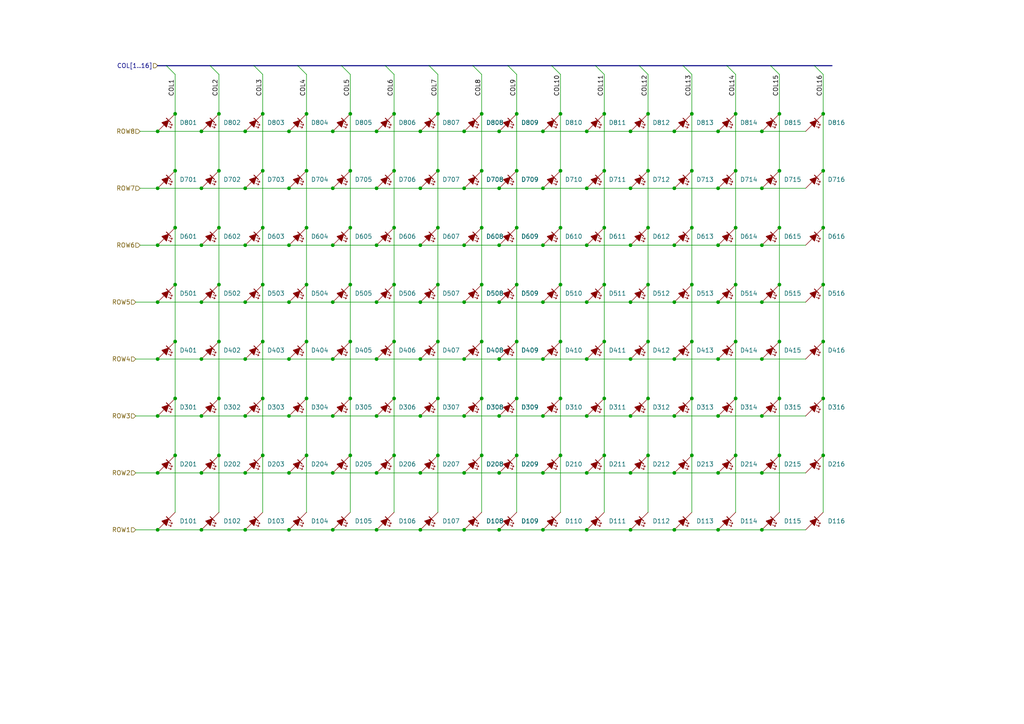
<source format=kicad_sch>
(kicad_sch (version 20250114) (generator "eeschema") (generator_version "9.0")
  (paper "A4")
  (title_block (title "LED Matrix #1") (date "2024-11-23") (rev "v01") (comment 4 "8x16 matrix"))
  (junction (at 208.28 153.67))
  (junction (at 149.86 49.53))
  (junction (at 109.22 71.12))
  (junction (at 127 66.04))
  (junction (at 144.78 87.63))
  (junction (at 96.52 87.63))
  (junction (at 114.3 99.06))
  (junction (at 96.52 38.1))
  (junction (at 187.96 132.08))
  (junction (at 58.42 153.67))
  (junction (at 63.5 132.08))
  (junction (at 149.86 115.57))
  (junction (at 238.76 66.04))
  (junction (at 83.82 137.16))
  (junction (at 208.28 54.61))
  (junction (at 139.7 132.08))
  (junction (at 139.7 82.55))
  (junction (at 187.96 99.06))
  (junction (at 76.2 99.06))
  (junction (at 187.96 82.55))
  (junction (at 187.96 49.53))
  (junction (at 144.78 120.65))
  (junction (at 200.66 99.06))
  (junction (at 109.22 137.16))
  (junction (at 114.3 33.02))
  (junction (at 121.92 54.61))
  (junction (at 127 33.02))
  (junction (at 208.28 137.16))
  (junction (at 45.72 38.1))
  (junction (at 195.58 120.65))
  (junction (at 226.06 115.57))
  (junction (at 220.98 71.12))
  (junction (at 76.2 115.57))
  (junction (at 114.3 82.55))
  (junction (at 63.5 66.04))
  (junction (at 162.56 33.02))
  (junction (at 200.66 49.53))
  (junction (at 121.92 38.1))
  (junction (at 71.12 87.63))
  (junction (at 157.48 120.65))
  (junction (at 83.82 153.67))
  (junction (at 134.62 120.65))
  (junction (at 157.48 137.16))
  (junction (at 109.22 87.63))
  (junction (at 170.18 137.16))
  (junction (at 88.9 49.53))
  (junction (at 50.8 33.02))
  (junction (at 162.56 99.06))
  (junction (at 144.78 38.1))
  (junction (at 195.58 87.63))
  (junction (at 88.9 66.04))
  (junction (at 58.42 137.16))
  (junction (at 58.42 104.14))
  (junction (at 149.86 132.08))
  (junction (at 213.36 132.08))
  (junction (at 139.7 66.04))
  (junction (at 208.28 38.1))
  (junction (at 144.78 71.12))
  (junction (at 45.72 137.16))
  (junction (at 76.2 82.55))
  (junction (at 96.52 137.16))
  (junction (at 139.7 33.02))
  (junction (at 101.6 33.02))
  (junction (at 58.42 120.65))
  (junction (at 121.92 87.63))
  (junction (at 182.88 137.16))
  (junction (at 208.28 104.14))
  (junction (at 149.86 99.06))
  (junction (at 213.36 99.06))
  (junction (at 50.8 99.06))
  (junction (at 63.5 115.57))
  (junction (at 157.48 71.12))
  (junction (at 220.98 87.63))
  (junction (at 127 132.08))
  (junction (at 88.9 115.57))
  (junction (at 208.28 87.63))
  (junction (at 50.8 132.08))
  (junction (at 83.82 87.63))
  (junction (at 175.26 132.08))
  (junction (at 175.26 99.06))
  (junction (at 187.96 33.02))
  (junction (at 63.5 33.02))
  (junction (at 63.5 99.06))
  (junction (at 134.62 87.63))
  (junction (at 114.3 66.04))
  (junction (at 101.6 132.08))
  (junction (at 162.56 66.04))
  (junction (at 157.48 87.63))
  (junction (at 96.52 153.67))
  (junction (at 45.72 120.65))
  (junction (at 109.22 153.67))
  (junction (at 195.58 137.16))
  (junction (at 162.56 132.08))
  (junction (at 226.06 99.06))
  (junction (at 162.56 49.53))
  (junction (at 220.98 153.67))
  (junction (at 200.66 82.55))
  (junction (at 144.78 153.67))
  (junction (at 96.52 104.14))
  (junction (at 175.26 66.04))
  (junction (at 45.72 54.61))
  (junction (at 134.62 104.14))
  (junction (at 200.66 132.08))
  (junction (at 50.8 49.53))
  (junction (at 162.56 82.55))
  (junction (at 134.62 38.1))
  (junction (at 170.18 104.14))
  (junction (at 139.7 115.57))
  (junction (at 157.48 54.61))
  (junction (at 127 49.53))
  (junction (at 101.6 115.57))
  (junction (at 45.72 87.63))
  (junction (at 83.82 104.14))
  (junction (at 127 115.57))
  (junction (at 88.9 99.06))
  (junction (at 170.18 71.12))
  (junction (at 134.62 54.61))
  (junction (at 149.86 33.02))
  (junction (at 238.76 132.08))
  (junction (at 114.3 49.53))
  (junction (at 71.12 153.67))
  (junction (at 109.22 38.1))
  (junction (at 101.6 49.53))
  (junction (at 50.8 115.57))
  (junction (at 220.98 104.14))
  (junction (at 45.72 104.14))
  (junction (at 213.36 49.53))
  (junction (at 182.88 54.61))
  (junction (at 220.98 54.61))
  (junction (at 220.98 120.65))
  (junction (at 226.06 132.08))
  (junction (at 200.66 66.04))
  (junction (at 238.76 49.53))
  (junction (at 101.6 82.55))
  (junction (at 238.76 82.55))
  (junction (at 200.66 115.57))
  (junction (at 200.66 33.02))
  (junction (at 213.36 115.57))
  (junction (at 213.36 82.55))
  (junction (at 170.18 153.67))
  (junction (at 58.42 71.12))
  (junction (at 144.78 137.16))
  (junction (at 96.52 71.12))
  (junction (at 149.86 82.55))
  (junction (at 121.92 137.16))
  (junction (at 182.88 120.65))
  (junction (at 50.8 82.55))
  (junction (at 144.78 54.61))
  (junction (at 71.12 104.14))
  (junction (at 134.62 153.67))
  (junction (at 170.18 87.63))
  (junction (at 187.96 115.57))
  (junction (at 157.48 104.14))
  (junction (at 58.42 87.63))
  (junction (at 71.12 137.16))
  (junction (at 195.58 71.12))
  (junction (at 195.58 54.61))
  (junction (at 121.92 120.65))
  (junction (at 58.42 38.1))
  (junction (at 109.22 104.14))
  (junction (at 71.12 38.1))
  (junction (at 226.06 33.02))
  (junction (at 101.6 99.06))
  (junction (at 157.48 153.67))
  (junction (at 121.92 104.14))
  (junction (at 76.2 66.04))
  (junction (at 45.72 153.67))
  (junction (at 226.06 82.55))
  (junction (at 182.88 71.12))
  (junction (at 121.92 71.12))
  (junction (at 121.92 153.67))
  (junction (at 83.82 38.1))
  (junction (at 195.58 38.1))
  (junction (at 134.62 137.16))
  (junction (at 182.88 38.1))
  (junction (at 88.9 33.02))
  (junction (at 238.76 115.57))
  (junction (at 76.2 49.53))
  (junction (at 76.2 132.08))
  (junction (at 238.76 33.02))
  (junction (at 226.06 66.04))
  (junction (at 58.42 54.61))
  (junction (at 83.82 71.12))
  (junction (at 220.98 38.1))
  (junction (at 195.58 104.14))
  (junction (at 226.06 49.53))
  (junction (at 127 99.06))
  (junction (at 170.18 54.61))
  (junction (at 139.7 49.53))
  (junction (at 208.28 120.65))
  (junction (at 149.86 66.04))
  (junction (at 208.28 71.12))
  (junction (at 144.78 104.14))
  (junction (at 175.26 33.02))
  (junction (at 134.62 71.12))
  (junction (at 182.88 153.67))
  (junction (at 175.26 115.57))
  (junction (at 83.82 120.65))
  (junction (at 101.6 66.04))
  (junction (at 195.58 153.67))
  (junction (at 71.12 54.61))
  (junction (at 157.48 38.1))
  (junction (at 162.56 115.57))
  (junction (at 83.82 54.61))
  (junction (at 170.18 38.1))
  (junction (at 88.9 82.55))
  (junction (at 213.36 66.04))
  (junction (at 182.88 87.63))
  (junction (at 88.9 132.08))
  (junction (at 96.52 54.61))
  (junction (at 139.7 99.06))
  (junction (at 45.72 71.12))
  (junction (at 114.3 132.08))
  (junction (at 109.22 120.65))
  (junction (at 71.12 71.12))
  (junction (at 238.76 99.06))
  (junction (at 175.26 82.55))
  (junction (at 114.3 115.57))
  (junction (at 170.18 120.65))
  (junction (at 220.98 137.16))
  (junction (at 109.22 54.61))
  (junction (at 127 82.55))
  (junction (at 175.26 49.53))
  (junction (at 213.36 33.02))
  (junction (at 50.8 66.04))
  (junction (at 76.2 33.02))
  (junction (at 187.96 66.04))
  (junction (at 63.5 49.53))
  (junction (at 63.5 82.55))
  (junction (at 182.88 104.14))
  (junction (at 71.12 120.65))
  (junction (at 96.52 120.65))
  (bus_entry (at 48.26 19.05) (size 2.54 2.54))
  (bus_entry (at 73.66 19.05) (size 2.54 2.54))
  (bus_entry (at 172.72 19.05) (size 2.54 2.54))
  (bus_entry (at 185.42 19.05) (size 2.54 2.54))
  (bus_entry (at 236.22 19.05) (size 2.54 2.54))
  (bus_entry (at 210.82 19.05) (size 2.54 2.54))
  (bus_entry (at 137.16 19.05) (size 2.54 2.54))
  (bus_entry (at 223.52 19.05) (size 2.54 2.54))
  (bus_entry (at 60.96 19.05) (size 2.54 2.54))
  (bus_entry (at 86.36 19.05) (size 2.54 2.54))
  (bus_entry (at 147.32 19.05) (size 2.54 2.54))
  (bus_entry (at 198.12 19.05) (size 2.54 2.54))
  (bus_entry (at 160.02 19.05) (size 2.54 2.54))
  (bus_entry (at 111.76 19.05) (size 2.54 2.54))
  (bus_entry (at 99.06 19.05) (size 2.54 2.54))
  (bus_entry (at 124.46 19.05) (size 2.54 2.54))
  (wire (pts (xy 139.7 66.04) (xy 139.7 82.55)))
  (wire (pts (xy 58.42 54.61) (xy 71.12 54.61)))
  (bus (pts (xy 210.82 19.05) (xy 223.52 19.05)))
  (wire (pts (xy 238.76 49.53) (xy 238.76 66.04)))
  (wire (pts (xy 238.76 21.59) (xy 238.76 33.02)))
  (wire (pts (xy 96.52 54.61) (xy 109.22 54.61)))
  (wire (pts (xy 96.52 153.67) (xy 109.22 153.67)))
  (wire (pts (xy 162.56 66.04) (xy 162.56 82.55)))
  (wire (pts (xy 162.56 49.53) (xy 162.56 66.04)))
  (wire (pts (xy 127 115.57) (xy 127 132.08)))
  (bus (pts (xy 137.16 19.05) (xy 147.32 19.05)))
  (wire (pts (xy 50.8 33.02) (xy 50.8 49.53)))
  (wire (pts (xy 101.6 33.02) (xy 101.6 49.53)))
  (wire (pts (xy 220.98 120.65) (xy 233.68 120.65)))
  (wire (pts (xy 157.48 120.65) (xy 170.18 120.65)))
  (wire (pts (xy 175.26 115.57) (xy 175.26 132.08)))
  (bus (pts (xy 236.22 19.05) (xy 241.3 19.05)))
  (wire (pts (xy 39.37 87.63) (xy 45.72 87.63)))
  (wire (pts (xy 109.22 153.67) (xy 121.92 153.67)))
  (wire (pts (xy 45.72 104.14) (xy 58.42 104.14)))
  (wire (pts (xy 58.42 87.63) (xy 71.12 87.63)))
  (wire (pts (xy 195.58 153.67) (xy 208.28 153.67)))
  (wire (pts (xy 213.36 115.57) (xy 213.36 132.08)))
  (wire (pts (xy 71.12 137.16) (xy 83.82 137.16)))
  (wire (pts (xy 76.2 21.59) (xy 76.2 33.02)))
  (wire (pts (xy 175.26 82.55) (xy 175.26 99.06)))
  (wire (pts (xy 127 33.02) (xy 127 49.53)))
  (wire (pts (xy 39.37 137.16) (xy 45.72 137.16)))
  (wire (pts (xy 200.66 99.06) (xy 200.66 115.57)))
  (wire (pts (xy 149.86 99.06) (xy 149.86 115.57)))
  (wire (pts (xy 208.28 87.63) (xy 220.98 87.63)))
  (wire (pts (xy 109.22 38.1) (xy 121.92 38.1)))
  (wire (pts (xy 162.56 21.59) (xy 162.56 33.02)))
  (wire (pts (xy 50.8 132.08) (xy 50.8 148.59)))
  (bus (pts (xy 160.02 19.05) (xy 172.72 19.05)))
  (wire (pts (xy 213.36 21.59) (xy 213.36 33.02)))
  (wire (pts (xy 162.56 99.06) (xy 162.56 115.57)))
  (wire (pts (xy 134.62 54.61) (xy 144.78 54.61)))
  (wire (pts (xy 88.9 21.59) (xy 88.9 33.02)))
  (wire (pts (xy 226.06 33.02) (xy 226.06 49.53)))
  (wire (pts (xy 200.66 33.02) (xy 200.66 49.53)))
  (wire (pts (xy 114.3 82.55) (xy 114.3 99.06)))
  (wire (pts (xy 213.36 33.02) (xy 213.36 49.53)))
  (wire (pts (xy 226.06 115.57) (xy 226.06 132.08)))
  (wire (pts (xy 88.9 82.55) (xy 88.9 99.06)))
  (wire (pts (xy 149.86 49.53) (xy 149.86 66.04)))
  (wire (pts (xy 109.22 120.65) (xy 121.92 120.65)))
  (wire (pts (xy 170.18 153.67) (xy 182.88 153.67)))
  (wire (pts (xy 220.98 153.67) (xy 233.68 153.67)))
  (wire (pts (xy 182.88 54.61) (xy 195.58 54.61)))
  (wire (pts (xy 121.92 71.12) (xy 134.62 71.12)))
  (wire (pts (xy 139.7 99.06) (xy 139.7 115.57)))
  (wire (pts (xy 45.72 87.63) (xy 58.42 87.63)))
  (wire (pts (xy 175.26 49.53) (xy 175.26 66.04)))
  (wire (pts (xy 200.66 66.04) (xy 200.66 82.55)))
  (wire (pts (xy 121.92 104.14) (xy 134.62 104.14)))
  (wire (pts (xy 50.8 82.55) (xy 50.8 99.06)))
  (wire (pts (xy 213.36 132.08) (xy 213.36 148.59)))
  (wire (pts (xy 134.62 120.65) (xy 144.78 120.65)))
  (wire (pts (xy 149.86 132.08) (xy 149.86 148.59)))
  (wire (pts (xy 144.78 38.1) (xy 157.48 38.1)))
  (wire (pts (xy 208.28 38.1) (xy 220.98 38.1)))
  (wire (pts (xy 134.62 137.16) (xy 144.78 137.16)))
  (wire (pts (xy 182.88 137.16) (xy 195.58 137.16)))
  (wire (pts (xy 121.92 87.63) (xy 134.62 87.63)))
  (wire (pts (xy 195.58 71.12) (xy 208.28 71.12)))
  (wire (pts (xy 76.2 66.04) (xy 76.2 82.55)))
  (wire (pts (xy 45.72 153.67) (xy 58.42 153.67)))
  (wire (pts (xy 50.8 99.06) (xy 50.8 115.57)))
  (wire (pts (xy 83.82 38.1) (xy 96.52 38.1)))
  (wire (pts (xy 238.76 132.08) (xy 238.76 148.59)))
  (wire (pts (xy 170.18 137.16) (xy 182.88 137.16)))
  (wire (pts (xy 208.28 137.16) (xy 220.98 137.16)))
  (wire (pts (xy 144.78 71.12) (xy 157.48 71.12)))
  (wire (pts (xy 71.12 71.12) (xy 83.82 71.12)))
  (wire (pts (xy 58.42 71.12) (xy 71.12 71.12)))
  (wire (pts (xy 144.78 153.67) (xy 157.48 153.67)))
  (wire (pts (xy 187.96 66.04) (xy 187.96 82.55)))
  (wire (pts (xy 71.12 54.61) (xy 83.82 54.61)))
  (wire (pts (xy 170.18 120.65) (xy 182.88 120.65)))
  (wire (pts (xy 144.78 54.61) (xy 157.48 54.61)))
  (wire (pts (xy 187.96 21.59) (xy 187.96 33.02)))
  (wire (pts (xy 50.8 66.04) (xy 50.8 82.55)))
  (wire (pts (xy 226.06 66.04) (xy 226.06 82.55)))
  (wire (pts (xy 139.7 115.57) (xy 139.7 132.08)))
  (wire (pts (xy 238.76 99.06) (xy 238.76 115.57)))
  (wire (pts (xy 71.12 153.67) (xy 83.82 153.67)))
  (wire (pts (xy 63.5 99.06) (xy 63.5 115.57)))
  (wire (pts (xy 83.82 54.61) (xy 96.52 54.61)))
  (wire (pts (xy 121.92 120.65) (xy 134.62 120.65)))
  (wire (pts (xy 220.98 54.61) (xy 233.68 54.61)))
  (wire (pts (xy 200.66 82.55) (xy 200.66 99.06)))
  (wire (pts (xy 149.86 115.57) (xy 149.86 132.08)))
  (bus (pts (xy 223.52 19.05) (xy 236.22 19.05)))
  (wire (pts (xy 76.2 49.53) (xy 76.2 66.04)))
  (wire (pts (xy 149.86 21.59) (xy 149.86 33.02)))
  (wire (pts (xy 114.3 132.08) (xy 114.3 148.59)))
  (wire (pts (xy 162.56 132.08) (xy 162.56 148.59)))
  (wire (pts (xy 170.18 38.1) (xy 182.88 38.1)))
  (wire (pts (xy 101.6 115.57) (xy 101.6 132.08)))
  (wire (pts (xy 149.86 33.02) (xy 149.86 49.53)))
  (wire (pts (xy 45.72 38.1) (xy 58.42 38.1)))
  (bus (pts (xy 111.76 19.05) (xy 124.46 19.05)))
  (wire (pts (xy 134.62 71.12) (xy 144.78 71.12)))
  (wire (pts (xy 83.82 87.63) (xy 96.52 87.63)))
  (wire (pts (xy 76.2 33.02) (xy 76.2 49.53)))
  (wire (pts (xy 63.5 82.55) (xy 63.5 99.06)))
  (wire (pts (xy 109.22 71.12) (xy 121.92 71.12)))
  (wire (pts (xy 149.86 82.55) (xy 149.86 99.06)))
  (wire (pts (xy 39.37 120.65) (xy 45.72 120.65)))
  (wire (pts (xy 187.96 49.53) (xy 187.96 66.04)))
  (wire (pts (xy 71.12 87.63) (xy 83.82 87.63)))
  (wire (pts (xy 162.56 115.57) (xy 162.56 132.08)))
  (wire (pts (xy 101.6 49.53) (xy 101.6 66.04)))
  (wire (pts (xy 238.76 33.02) (xy 238.76 49.53)))
  (wire (pts (xy 114.3 99.06) (xy 114.3 115.57)))
  (wire (pts (xy 157.48 54.61) (xy 170.18 54.61)))
  (wire (pts (xy 162.56 33.02) (xy 162.56 49.53)))
  (wire (pts (xy 101.6 132.08) (xy 101.6 148.59)))
  (wire (pts (xy 45.72 54.61) (xy 58.42 54.61)))
  (wire (pts (xy 127 21.59) (xy 127 33.02)))
  (wire (pts (xy 71.12 120.65) (xy 83.82 120.65)))
  (wire (pts (xy 58.42 137.16) (xy 71.12 137.16)))
  (wire (pts (xy 139.7 49.53) (xy 139.7 66.04)))
  (wire (pts (xy 114.3 21.59) (xy 114.3 33.02)))
  (wire (pts (xy 213.36 99.06) (xy 213.36 115.57)))
  (wire (pts (xy 127 49.53) (xy 127 66.04)))
  (bus (pts (xy 172.72 19.05) (xy 185.42 19.05)))
  (wire (pts (xy 220.98 38.1) (xy 233.68 38.1)))
  (wire (pts (xy 175.26 132.08) (xy 175.26 148.59)))
  (wire (pts (xy 157.48 87.63) (xy 170.18 87.63)))
  (bus (pts (xy 86.36 19.05) (xy 99.06 19.05)))
  (bus (pts (xy 198.12 19.05) (xy 210.82 19.05)))
  (wire (pts (xy 58.42 153.67) (xy 71.12 153.67)))
  (wire (pts (xy 63.5 66.04) (xy 63.5 82.55)))
  (wire (pts (xy 170.18 104.14) (xy 182.88 104.14)))
  (wire (pts (xy 195.58 54.61) (xy 208.28 54.61)))
  (wire (pts (xy 88.9 49.53) (xy 88.9 66.04)))
  (wire (pts (xy 114.3 115.57) (xy 114.3 132.08)))
  (wire (pts (xy 83.82 153.67) (xy 96.52 153.67)))
  (wire (pts (xy 101.6 82.55) (xy 101.6 99.06)))
  (wire (pts (xy 121.92 153.67) (xy 134.62 153.67)))
  (wire (pts (xy 208.28 104.14) (xy 220.98 104.14)))
  (wire (pts (xy 134.62 87.63) (xy 144.78 87.63)))
  (wire (pts (xy 71.12 104.14) (xy 83.82 104.14)))
  (wire (pts (xy 195.58 104.14) (xy 208.28 104.14)))
  (wire (pts (xy 50.8 21.59) (xy 50.8 33.02)))
  (wire (pts (xy 187.96 115.57) (xy 187.96 132.08)))
  (wire (pts (xy 175.26 66.04) (xy 175.26 82.55)))
  (wire (pts (xy 213.36 82.55) (xy 213.36 99.06)))
  (wire (pts (xy 96.52 104.14) (xy 109.22 104.14)))
  (wire (pts (xy 83.82 104.14) (xy 96.52 104.14)))
  (wire (pts (xy 182.88 71.12) (xy 195.58 71.12)))
  (wire (pts (xy 149.86 66.04) (xy 149.86 82.55)))
  (wire (pts (xy 238.76 82.55) (xy 238.76 99.06)))
  (wire (pts (xy 213.36 66.04) (xy 213.36 82.55)))
  (wire (pts (xy 200.66 115.57) (xy 200.66 132.08)))
  (wire (pts (xy 40.64 71.12) (xy 45.72 71.12)))
  (wire (pts (xy 58.42 120.65) (xy 71.12 120.65)))
  (wire (pts (xy 96.52 87.63) (xy 109.22 87.63)))
  (wire (pts (xy 238.76 115.57) (xy 238.76 132.08)))
  (wire (pts (xy 50.8 115.57) (xy 50.8 132.08)))
  (wire (pts (xy 220.98 87.63) (xy 233.68 87.63)))
  (wire (pts (xy 96.52 120.65) (xy 109.22 120.65)))
  (wire (pts (xy 63.5 21.59) (xy 63.5 33.02)))
  (wire (pts (xy 114.3 49.53) (xy 114.3 66.04)))
  (wire (pts (xy 121.92 137.16) (xy 134.62 137.16)))
  (wire (pts (xy 139.7 33.02) (xy 139.7 49.53)))
  (wire (pts (xy 76.2 99.06) (xy 76.2 115.57)))
  (wire (pts (xy 134.62 104.14) (xy 144.78 104.14)))
  (wire (pts (xy 226.06 82.55) (xy 226.06 99.06)))
  (wire (pts (xy 195.58 38.1) (xy 208.28 38.1)))
  (wire (pts (xy 114.3 66.04) (xy 114.3 82.55)))
  (wire (pts (xy 200.66 49.53) (xy 200.66 66.04)))
  (wire (pts (xy 157.48 104.14) (xy 170.18 104.14)))
  (wire (pts (xy 162.56 82.55) (xy 162.56 99.06)))
  (wire (pts (xy 226.06 132.08) (xy 226.06 148.59)))
  (wire (pts (xy 96.52 137.16) (xy 109.22 137.16)))
  (wire (pts (xy 157.48 38.1) (xy 170.18 38.1)))
  (wire (pts (xy 101.6 66.04) (xy 101.6 82.55)))
  (wire (pts (xy 157.48 137.16) (xy 170.18 137.16)))
  (wire (pts (xy 45.72 137.16) (xy 58.42 137.16)))
  (wire (pts (xy 170.18 87.63) (xy 182.88 87.63)))
  (wire (pts (xy 182.88 87.63) (xy 195.58 87.63)))
  (wire (pts (xy 76.2 132.08) (xy 76.2 148.59)))
  (wire (pts (xy 200.66 21.59) (xy 200.66 33.02)))
  (bus (pts (xy 73.66 19.05) (xy 86.36 19.05)))
  (wire (pts (xy 63.5 132.08) (xy 63.5 148.59)))
  (wire (pts (xy 96.52 38.1) (xy 109.22 38.1)))
  (wire (pts (xy 213.36 49.53) (xy 213.36 66.04)))
  (wire (pts (xy 144.78 120.65) (xy 157.48 120.65)))
  (wire (pts (xy 109.22 104.14) (xy 121.92 104.14)))
  (wire (pts (xy 127 132.08) (xy 127 148.59)))
  (bus (pts (xy 99.06 19.05) (xy 111.76 19.05)))
  (wire (pts (xy 114.3 33.02) (xy 114.3 49.53)))
  (wire (pts (xy 134.62 38.1) (xy 144.78 38.1)))
  (wire (pts (xy 238.76 66.04) (xy 238.76 82.55)))
  (bus (pts (xy 48.26 19.05) (xy 60.96 19.05)))
  (wire (pts (xy 127 66.04) (xy 127 82.55)))
  (wire (pts (xy 144.78 137.16) (xy 157.48 137.16)))
  (wire (pts (xy 88.9 132.08) (xy 88.9 148.59)))
  (wire (pts (xy 127 99.06) (xy 127 115.57)))
  (wire (pts (xy 88.9 66.04) (xy 88.9 82.55)))
  (wire (pts (xy 96.52 71.12) (xy 109.22 71.12)))
  (wire (pts (xy 63.5 115.57) (xy 63.5 132.08)))
  (wire (pts (xy 144.78 104.14) (xy 157.48 104.14)))
  (wire (pts (xy 83.82 120.65) (xy 96.52 120.65)))
  (wire (pts (xy 157.48 71.12) (xy 170.18 71.12)))
  (wire (pts (xy 40.64 38.1) (xy 45.72 38.1)))
  (wire (pts (xy 63.5 33.02) (xy 63.5 49.53)))
  (wire (pts (xy 187.96 82.55) (xy 187.96 99.06)))
  (wire (pts (xy 83.82 71.12) (xy 96.52 71.12)))
  (wire (pts (xy 109.22 87.63) (xy 121.92 87.63)))
  (wire (pts (xy 195.58 137.16) (xy 208.28 137.16)))
  (wire (pts (xy 200.66 132.08) (xy 200.66 148.59)))
  (wire (pts (xy 121.92 54.61) (xy 134.62 54.61)))
  (wire (pts (xy 182.88 38.1) (xy 195.58 38.1)))
  (wire (pts (xy 187.96 33.02) (xy 187.96 49.53)))
  (wire (pts (xy 39.37 153.67) (xy 45.72 153.67)))
  (wire (pts (xy 182.88 120.65) (xy 195.58 120.65)))
  (wire (pts (xy 170.18 71.12) (xy 182.88 71.12)))
  (wire (pts (xy 144.78 87.63) (xy 157.48 87.63)))
  (wire (pts (xy 39.37 104.14) (xy 45.72 104.14)))
  (wire (pts (xy 208.28 120.65) (xy 220.98 120.65)))
  (wire (pts (xy 208.28 153.67) (xy 220.98 153.67)))
  (wire (pts (xy 63.5 49.53) (xy 63.5 66.04)))
  (wire (pts (xy 139.7 21.59) (xy 139.7 33.02)))
  (bus (pts (xy 124.46 19.05) (xy 137.16 19.05)))
  (wire (pts (xy 58.42 38.1) (xy 71.12 38.1)))
  (wire (pts (xy 121.92 38.1) (xy 134.62 38.1)))
  (wire (pts (xy 187.96 99.06) (xy 187.96 115.57)))
  (wire (pts (xy 139.7 82.55) (xy 139.7 99.06)))
  (wire (pts (xy 71.12 38.1) (xy 83.82 38.1)))
  (wire (pts (xy 88.9 99.06) (xy 88.9 115.57)))
  (bus (pts (xy 45.72 19.05) (xy 48.26 19.05)))
  (wire (pts (xy 127 82.55) (xy 127 99.06)))
  (wire (pts (xy 226.06 21.59) (xy 226.06 33.02)))
  (wire (pts (xy 220.98 71.12) (xy 233.68 71.12)))
  (wire (pts (xy 40.64 54.61) (xy 45.72 54.61)))
  (wire (pts (xy 175.26 21.59) (xy 175.26 33.02)))
  (wire (pts (xy 109.22 137.16) (xy 121.92 137.16)))
  (bus (pts (xy 147.32 19.05) (xy 160.02 19.05)))
  (wire (pts (xy 175.26 99.06) (xy 175.26 115.57)))
  (wire (pts (xy 226.06 99.06) (xy 226.06 115.57)))
  (wire (pts (xy 76.2 115.57) (xy 76.2 132.08)))
  (wire (pts (xy 58.42 104.14) (xy 71.12 104.14)))
  (wire (pts (xy 88.9 115.57) (xy 88.9 132.08)))
  (wire (pts (xy 101.6 21.59) (xy 101.6 33.02)))
  (wire (pts (xy 170.18 54.61) (xy 182.88 54.61)))
  (wire (pts (xy 83.82 137.16) (xy 96.52 137.16)))
  (bus (pts (xy 60.96 19.05) (xy 73.66 19.05)))
  (wire (pts (xy 45.72 71.12) (xy 58.42 71.12)))
  (wire (pts (xy 88.9 33.02) (xy 88.9 49.53)))
  (wire (pts (xy 187.96 132.08) (xy 187.96 148.59)))
  (wire (pts (xy 182.88 153.67) (xy 195.58 153.67)))
  (wire (pts (xy 182.88 104.14) (xy 195.58 104.14)))
  (wire (pts (xy 175.26 33.02) (xy 175.26 49.53)))
  (wire (pts (xy 157.48 153.67) (xy 170.18 153.67)))
  (wire (pts (xy 109.22 54.61) (xy 121.92 54.61)))
  (wire (pts (xy 208.28 71.12) (xy 220.98 71.12)))
  (wire (pts (xy 220.98 104.14) (xy 233.68 104.14)))
  (wire (pts (xy 45.72 120.65) (xy 58.42 120.65)))
  (wire (pts (xy 195.58 87.63) (xy 208.28 87.63)))
  (bus (pts (xy 185.42 19.05) (xy 198.12 19.05)))
  (wire (pts (xy 76.2 82.55) (xy 76.2 99.06)))
  (wire (pts (xy 101.6 99.06) (xy 101.6 115.57)))
  (wire (pts (xy 134.62 153.67) (xy 144.78 153.67)))
  (wire (pts (xy 50.8 49.53) (xy 50.8 66.04)))
  (wire (pts (xy 208.28 54.61) (xy 220.98 54.61)))
  (wire (pts (xy 226.06 49.53) (xy 226.06 66.04)))
  (wire (pts (xy 195.58 120.65) (xy 208.28 120.65)))
  (wire (pts (xy 220.98 137.16) (xy 233.68 137.16)))
  (wire (pts (xy 139.7 132.08) (xy 139.7 148.59)))
  (label "COL6" (at 114.3 27.94 90))
  (label "COL13" (at 200.66 27.94 90))
  (label "COL9" (at 149.86 27.94 90))
  (label "COL12" (at 187.96 27.94 90))
  (label "COL3" (at 76.2 27.94 90))
  (label "COL5" (at 101.6 27.94 90))
  (label "COL14" (at 213.36 27.94 90))
  (label "COL11" (at 175.26 27.94 90))
  (label "COL8" (at 139.7 27.94 90))
  (label "COL15" (at 226.06 27.94 90))
  (label "COL1" (at 50.8 27.94 90))
  (label "COL16" (at 238.76 27.94 90))
  (label "COL7" (at 127 27.94 90))
  (label "COL2" (at 63.5 27.94 90))
  (label "COL10" (at 162.56 27.94 90))
  (label "COL4" (at 88.9 27.94 90))
  (hierarchical_label "ROW4" (shape input) (at 39.37 104.14 180))
  (hierarchical_label "ROW6" (shape input) (at 40.64 71.12 180))
  (hierarchical_label "ROW7" (shape input) (at 40.64 54.61 180))
  (hierarchical_label "COL[1..16]" (shape input) (at 45.72 19.05 180))
  (hierarchical_label "ROW5" (shape input) (at 39.37 87.63 180))
  (hierarchical_label "ROW3" (shape input) (at 39.37 120.65 180))
  (hierarchical_label "ROW8" (shape input) (at 40.64 38.1 180))
  (hierarchical_label "ROW2" (shape input) (at 39.37 137.16 180))
  (hierarchical_label "ROW1" (shape input) (at 39.37 153.67 180))
  (symbol (lib_id "Device:LED_45deg_Filled") (at 48.26 68.58 90) (unit 1)
    (property "Reference" "D601" (at 52.07 68.5799 90) (effects (justify right)))
    (property "Value" "LTST-C190KRKT" (effects (hide yes)))
    (property "Footprint" "LED_SMD:LED_0603_1608Metric_Pad1.05x0.95mm_HandSolder" (effects (hide yes)))
    (property "Description" "Light emitting diode, rotated by 45°" (effects (hide yes)))
    (property "MPN" "LTST-C190KRKT" (effects (hide yes)))
    (property "Sim.Pins" "1=K 2=A" (effects (hide yes)))
  )
  (symbol (lib_id "Device:LED_45deg_Filled") (at 185.42 35.56 90) (unit 1)
    (property "Reference" "D812" (at 189.23 35.5599 90) (effects (justify right)))
    (property "Value" "LTST-C190KRKT" (effects (hide yes)))
    (property "Footprint" "LED_SMD:LED_0603_1608Metric_Pad1.05x0.95mm_HandSolder" (effects (hide yes)))
    (property "Description" "Light emitting diode, rotated by 45°" (effects (hide yes)))
    (property "MPN" "LTST-C190KRKT" (effects (hide yes)))
    (property "Sim.Pins" "1=K 2=A" (effects (hide yes)))
  )
  (symbol (lib_id "Device:LED_45deg_Filled") (at 73.66 101.6 90) (unit 1)
    (property "Reference" "D403" (at 77.47 101.5999 90) (effects (justify right)))
    (property "Value" "LTST-C190KRKT" (effects (hide yes)))
    (property "Footprint" "LED_SMD:LED_0603_1608Metric_Pad1.05x0.95mm_HandSolder" (effects (hide yes)))
    (property "Description" "Light emitting diode, rotated by 45°" (effects (hide yes)))
    (property "MPN" "LTST-C190KRKT" (effects (hide yes)))
    (property "Sim.Pins" "1=K 2=A" (effects (hide yes)))
  )
  (symbol (lib_id "Device:LED_45deg_Filled") (at 198.12 68.58 90) (unit 1)
    (property "Reference" "D613" (at 201.93 68.5799 90) (effects (justify right)))
    (property "Value" "LTST-C190KRKT" (effects (hide yes)))
    (property "Footprint" "LED_SMD:LED_0603_1608Metric_Pad1.05x0.95mm_HandSolder" (effects (hide yes)))
    (property "Description" "Light emitting diode, rotated by 45°" (effects (hide yes)))
    (property "MPN" "LTST-C190KRKT" (effects (hide yes)))
    (property "Sim.Pins" "1=K 2=A" (effects (hide yes)))
  )
  (symbol (lib_id "Device:LED_45deg_Filled") (at 111.76 151.13 90) (unit 1)
    (property "Reference" "D106" (at 115.57 151.1299 90) (effects (justify right)))
    (property "Value" "LTST-C190KRKT" (effects (hide yes)))
    (property "Footprint" "LED_SMD:LED_0603_1608Metric_Pad1.05x0.95mm_HandSolder" (effects (hide yes)))
    (property "Description" "Light emitting diode, rotated by 45°" (effects (hide yes)))
    (property "MPN" "LTST-C190KRKT" (effects (hide yes)))
    (property "Sim.Pins" "1=K 2=A" (effects (hide yes)))
  )
  (symbol (lib_id "Device:LED_45deg_Filled") (at 48.26 101.6 90) (unit 1)
    (property "Reference" "D401" (at 52.07 101.5999 90) (effects (justify right)))
    (property "Value" "LTST-C190KRKT" (effects (hide yes)))
    (property "Footprint" "LED_SMD:LED_0603_1608Metric_Pad1.05x0.95mm_HandSolder" (effects (hide yes)))
    (property "Description" "Light emitting diode, rotated by 45°" (effects (hide yes)))
    (property "MPN" "LTST-C190KRKT" (effects (hide yes)))
    (property "Sim.Pins" "1=K 2=A" (effects (hide yes)))
  )
  (symbol (lib_id "Device:LED_45deg_Filled") (at 124.46 85.09 90) (unit 1)
    (property "Reference" "D507" (at 128.27 85.0899 90) (effects (justify right)))
    (property "Value" "LTST-C190KRKT" (effects (hide yes)))
    (property "Footprint" "LED_SMD:LED_0603_1608Metric_Pad1.05x0.95mm_HandSolder" (effects (hide yes)))
    (property "Description" "Light emitting diode, rotated by 45°" (effects (hide yes)))
    (property "MPN" "LTST-C190KRKT" (effects (hide yes)))
    (property "Sim.Pins" "1=K 2=A" (effects (hide yes)))
  )
  (symbol (lib_id "Device:LED_45deg_Filled") (at 60.96 35.56 90) (unit 1)
    (property "Reference" "D802" (at 64.77 35.5599 90) (effects (justify right)))
    (property "Value" "LTST-C190KRKT" (effects (hide yes)))
    (property "Footprint" "LED_SMD:LED_0603_1608Metric_Pad1.05x0.95mm_HandSolder" (effects (hide yes)))
    (property "Description" "Light emitting diode, rotated by 45°" (effects (hide yes)))
    (property "MPN" "LTST-C190KRKT" (effects (hide yes)))
    (property "Sim.Pins" "1=K 2=A" (effects (hide yes)))
  )
  (symbol (lib_id "Device:LED_45deg_Filled") (at 172.72 118.11 90) (unit 1)
    (property "Reference" "D311" (at 176.53 118.1099 90) (effects (justify right)))
    (property "Value" "LTST-C190KRKT" (effects (hide yes)))
    (property "Footprint" "LED_SMD:LED_0603_1608Metric_Pad1.05x0.95mm_HandSolder" (effects (hide yes)))
    (property "Description" "Light emitting diode, rotated by 45°" (effects (hide yes)))
    (property "MPN" "LTST-C190KRKT" (effects (hide yes)))
    (property "Sim.Pins" "1=K 2=A" (effects (hide yes)))
  )
  (symbol (lib_id "Device:LED_45deg_Filled") (at 223.52 85.09 90) (unit 1)
    (property "Reference" "D515" (at 227.33 85.0899 90) (effects (justify right)))
    (property "Value" "LTST-C190KRKT" (effects (hide yes)))
    (property "Footprint" "LED_SMD:LED_0603_1608Metric_Pad1.05x0.95mm_HandSolder" (effects (hide yes)))
    (property "Description" "Light emitting diode, rotated by 45°" (effects (hide yes)))
    (property "MPN" "LTST-C190KRKT" (effects (hide yes)))
    (property "Sim.Pins" "1=K 2=A" (effects (hide yes)))
  )
  (symbol (lib_id "Device:LED_45deg_Filled") (at 137.16 85.09 90) (unit 1)
    (property "Reference" "D508" (at 140.97 85.0899 90) (effects (justify right)))
    (property "Value" "LTST-C190KRKT" (effects (hide yes)))
    (property "Footprint" "LED_SMD:LED_0603_1608Metric_Pad1.05x0.95mm_HandSolder" (effects (hide yes)))
    (property "Description" "Light emitting diode, rotated by 45°" (effects (hide yes)))
    (property "MPN" "LTST-C190KRKT" (effects (hide yes)))
    (property "Sim.Pins" "1=K 2=A" (effects (hide yes)))
  )
  (symbol (lib_id "Device:LED_45deg_Filled") (at 99.06 68.58 90) (unit 1)
    (property "Reference" "D605" (at 102.87 68.5799 90) (effects (justify right)))
    (property "Value" "LTST-C190KRKT" (effects (hide yes)))
    (property "Footprint" "LED_SMD:LED_0603_1608Metric_Pad1.05x0.95mm_HandSolder" (effects (hide yes)))
    (property "Description" "Light emitting diode, rotated by 45°" (effects (hide yes)))
    (property "MPN" "LTST-C190KRKT" (effects (hide yes)))
    (property "Sim.Pins" "1=K 2=A" (effects (hide yes)))
  )
  (symbol (lib_id "Device:LED_45deg_Filled") (at 210.82 85.09 90) (unit 1)
    (property "Reference" "D514" (at 214.63 85.0899 90) (effects (justify right)))
    (property "Value" "LTST-C190KRKT" (effects (hide yes)))
    (property "Footprint" "LED_SMD:LED_0603_1608Metric_Pad1.05x0.95mm_HandSolder" (effects (hide yes)))
    (property "Description" "Light emitting diode, rotated by 45°" (effects (hide yes)))
    (property "MPN" "LTST-C190KRKT" (effects (hide yes)))
    (property "Sim.Pins" "1=K 2=A" (effects (hide yes)))
  )
  (symbol (lib_id "Device:LED_45deg_Filled") (at 210.82 151.13 90) (unit 1)
    (property "Reference" "D114" (at 214.63 151.1299 90) (effects (justify right)))
    (property "Value" "LTST-C190KRKT" (effects (hide yes)))
    (property "Footprint" "LED_SMD:LED_0603_1608Metric_Pad1.05x0.95mm_HandSolder" (effects (hide yes)))
    (property "Description" "Light emitting diode, rotated by 45°" (effects (hide yes)))
    (property "MPN" "LTST-C190KRKT" (effects (hide yes)))
    (property "Sim.Pins" "1=K 2=A" (effects (hide yes)))
  )
  (symbol (lib_id "Device:LED_45deg_Filled") (at 185.42 151.13 90) (unit 1)
    (property "Reference" "D112" (at 189.23 151.1299 90) (effects (justify right)))
    (property "Value" "LTST-C190KRKT" (effects (hide yes)))
    (property "Footprint" "LED_SMD:LED_0603_1608Metric_Pad1.05x0.95mm_HandSolder" (effects (hide yes)))
    (property "Description" "Light emitting diode, rotated by 45°" (effects (hide yes)))
    (property "MPN" "LTST-C190KRKT" (effects (hide yes)))
    (property "Sim.Pins" "1=K 2=A" (effects (hide yes)))
  )
  (symbol (lib_id "Device:LED_45deg_Filled") (at 147.32 85.09 90) (unit 1)
    (property "Reference" "D509" (at 151.13 85.0899 90) (effects (justify right)))
    (property "Value" "LTST-C190KRKT" (effects (hide yes)))
    (property "Footprint" "LED_SMD:LED_0603_1608Metric_Pad1.05x0.95mm_HandSolder" (effects (hide yes)))
    (property "Description" "Light emitting diode, rotated by 45°" (effects (hide yes)))
    (property "MPN" "LTST-C190KRKT" (effects (hide yes)))
    (property "Sim.Pins" "1=K 2=A" (effects (hide yes)))
  )
  (symbol (lib_id "Device:LED_45deg_Filled") (at 60.96 101.6 90) (unit 1)
    (property "Reference" "D402" (at 64.77 101.5999 90) (effects (justify right)))
    (property "Value" "LTST-C190KRKT" (effects (hide yes)))
    (property "Footprint" "LED_SMD:LED_0603_1608Metric_Pad1.05x0.95mm_HandSolder" (effects (hide yes)))
    (property "Description" "Light emitting diode, rotated by 45°" (effects (hide yes)))
    (property "MPN" "LTST-C190KRKT" (effects (hide yes)))
    (property "Sim.Pins" "1=K 2=A" (effects (hide yes)))
  )
  (symbol (lib_id "Device:LED_45deg_Filled") (at 198.12 52.07 90) (unit 1)
    (property "Reference" "D713" (at 201.93 52.0699 90) (effects (justify right)))
    (property "Value" "LTST-C190KRKT" (effects (hide yes)))
    (property "Footprint" "LED_SMD:LED_0603_1608Metric_Pad1.05x0.95mm_HandSolder" (effects (hide yes)))
    (property "Description" "Light emitting diode, rotated by 45°" (effects (hide yes)))
    (property "MPN" "LTST-C190KRKT" (effects (hide yes)))
    (property "Sim.Pins" "1=K 2=A" (effects (hide yes)))
  )
  (symbol (lib_id "Device:LED_45deg_Filled") (at 185.42 68.58 90) (unit 1)
    (property "Reference" "D612" (at 189.23 68.5799 90) (effects (justify right)))
    (property "Value" "LTST-C190KRKT" (effects (hide yes)))
    (property "Footprint" "LED_SMD:LED_0603_1608Metric_Pad1.05x0.95mm_HandSolder" (effects (hide yes)))
    (property "Description" "Light emitting diode, rotated by 45°" (effects (hide yes)))
    (property "MPN" "LTST-C190KRKT" (effects (hide yes)))
    (property "Sim.Pins" "1=K 2=A" (effects (hide yes)))
  )
  (symbol (lib_id "Device:LED_45deg_Filled") (at 223.52 118.11 90) (unit 1)
    (property "Reference" "D315" (at 227.33 118.1099 90) (effects (justify right)))
    (property "Value" "LTST-C190KRKT" (effects (hide yes)))
    (property "Footprint" "LED_SMD:LED_0603_1608Metric_Pad1.05x0.95mm_HandSolder" (effects (hide yes)))
    (property "Description" "Light emitting diode, rotated by 45°" (effects (hide yes)))
    (property "MPN" "LTST-C190KRKT" (effects (hide yes)))
    (property "Sim.Pins" "1=K 2=A" (effects (hide yes)))
  )
  (symbol (lib_id "Device:LED_45deg_Filled") (at 236.22 101.6 90) (unit 1)
    (property "Reference" "D416" (at 240.03 101.5999 90) (effects (justify right)))
    (property "Value" "LTST-C190KRKT" (effects (hide yes)))
    (property "Footprint" "LED_SMD:LED_0603_1608Metric_Pad1.05x0.95mm_HandSolder" (effects (hide yes)))
    (property "Description" "Light emitting diode, rotated by 45°" (effects (hide yes)))
    (property "MPN" "LTST-C190KRKT" (effects (hide yes)))
    (property "Sim.Pins" "1=K 2=A" (effects (hide yes)))
  )
  (symbol (lib_id "Device:LED_45deg_Filled") (at 60.96 52.07 90) (unit 1)
    (property "Reference" "D702" (at 64.77 52.0699 90) (effects (justify right)))
    (property "Value" "LTST-C190KRKT" (effects (hide yes)))
    (property "Footprint" "LED_SMD:LED_0603_1608Metric_Pad1.05x0.95mm_HandSolder" (effects (hide yes)))
    (property "Description" "Light emitting diode, rotated by 45°" (effects (hide yes)))
    (property "MPN" "LTST-C190KRKT" (effects (hide yes)))
    (property "Sim.Pins" "1=K 2=A" (effects (hide yes)))
  )
  (symbol (lib_id "Device:LED_45deg_Filled") (at 198.12 85.09 90) (unit 1)
    (property "Reference" "D513" (at 201.93 85.0899 90) (effects (justify right)))
    (property "Value" "LTST-C190KRKT" (effects (hide yes)))
    (property "Footprint" "LED_SMD:LED_0603_1608Metric_Pad1.05x0.95mm_HandSolder" (effects (hide yes)))
    (property "Description" "Light emitting diode, rotated by 45°" (effects (hide yes)))
    (property "MPN" "LTST-C190KRKT" (effects (hide yes)))
    (property "Sim.Pins" "1=K 2=A" (effects (hide yes)))
  )
  (symbol (lib_id "Device:LED_45deg_Filled") (at 198.12 101.6 90) (unit 1)
    (property "Reference" "D413" (at 201.93 101.5999 90) (effects (justify right)))
    (property "Value" "LTST-C190KRKT" (effects (hide yes)))
    (property "Footprint" "LED_SMD:LED_0603_1608Metric_Pad1.05x0.95mm_HandSolder" (effects (hide yes)))
    (property "Description" "Light emitting diode, rotated by 45°" (effects (hide yes)))
    (property "MPN" "LTST-C190KRKT" (effects (hide yes)))
    (property "Sim.Pins" "1=K 2=A" (effects (hide yes)))
  )
  (symbol (lib_id "Device:LED_45deg_Filled") (at 160.02 35.56 90) (unit 1)
    (property "Reference" "D810" (at 163.83 35.5599 90) (effects (justify right)))
    (property "Value" "LTST-C190KRKT" (effects (hide yes)))
    (property "Footprint" "LED_SMD:LED_0603_1608Metric_Pad1.05x0.95mm_HandSolder" (effects (hide yes)))
    (property "Description" "Light emitting diode, rotated by 45°" (effects (hide yes)))
    (property "MPN" "LTST-C190KRKT" (effects (hide yes)))
    (property "Sim.Pins" "1=K 2=A" (effects (hide yes)))
  )
  (symbol (lib_id "Device:LED_45deg_Filled") (at 210.82 118.11 90) (unit 1)
    (property "Reference" "D314" (at 214.63 118.1099 90) (effects (justify right)))
    (property "Value" "LTST-C190KRKT" (effects (hide yes)))
    (property "Footprint" "LED_SMD:LED_0603_1608Metric_Pad1.05x0.95mm_HandSolder" (effects (hide yes)))
    (property "Description" "Light emitting diode, rotated by 45°" (effects (hide yes)))
    (property "MPN" "LTST-C190KRKT" (effects (hide yes)))
    (property "Sim.Pins" "1=K 2=A" (effects (hide yes)))
  )
  (symbol (lib_id "Device:LED_45deg_Filled") (at 210.82 35.56 90) (unit 1)
    (property "Reference" "D814" (at 214.63 35.5599 90) (effects (justify right)))
    (property "Value" "LTST-C190KRKT" (effects (hide yes)))
    (property "Footprint" "LED_SMD:LED_0603_1608Metric_Pad1.05x0.95mm_HandSolder" (effects (hide yes)))
    (property "Description" "Light emitting diode, rotated by 45°" (effects (hide yes)))
    (property "MPN" "LTST-C190KRKT" (effects (hide yes)))
    (property "Sim.Pins" "1=K 2=A" (effects (hide yes)))
  )
  (symbol (lib_id "Device:LED_45deg_Filled") (at 137.16 68.58 90) (unit 1)
    (property "Reference" "D608" (at 140.97 68.5799 90) (effects (justify right)))
    (property "Value" "LTST-C190KRKT" (effects (hide yes)))
    (property "Footprint" "LED_SMD:LED_0603_1608Metric_Pad1.05x0.95mm_HandSolder" (effects (hide yes)))
    (property "Description" "Light emitting diode, rotated by 45°" (effects (hide yes)))
    (property "MPN" "LTST-C190KRKT" (effects (hide yes)))
    (property "Sim.Pins" "1=K 2=A" (effects (hide yes)))
  )
  (symbol (lib_id "Device:LED_45deg_Filled") (at 172.72 52.07 90) (unit 1)
    (property "Reference" "D711" (at 176.53 52.0699 90) (effects (justify right)))
    (property "Value" "LTST-C190KRKT" (effects (hide yes)))
    (property "Footprint" "LED_SMD:LED_0603_1608Metric_Pad1.05x0.95mm_HandSolder" (effects (hide yes)))
    (property "Description" "Light emitting diode, rotated by 45°" (effects (hide yes)))
    (property "MPN" "LTST-C190KRKT" (effects (hide yes)))
    (property "Sim.Pins" "1=K 2=A" (effects (hide yes)))
  )
  (symbol (lib_id "Device:LED_45deg_Filled") (at 60.96 85.09 90) (unit 1)
    (property "Reference" "D502" (at 64.77 85.0899 90) (effects (justify right)))
    (property "Value" "LTST-C190KRKT" (effects (hide yes)))
    (property "Footprint" "LED_SMD:LED_0603_1608Metric_Pad1.05x0.95mm_HandSolder" (effects (hide yes)))
    (property "Description" "Light emitting diode, rotated by 45°" (effects (hide yes)))
    (property "MPN" "LTST-C190KRKT" (effects (hide yes)))
    (property "Sim.Pins" "1=K 2=A" (effects (hide yes)))
  )
  (symbol (lib_id "Device:LED_45deg_Filled") (at 160.02 101.6 90) (unit 1)
    (property "Reference" "D410" (at 163.83 101.5999 90) (effects (justify right)))
    (property "Value" "LTST-C190KRKT" (effects (hide yes)))
    (property "Footprint" "LED_SMD:LED_0603_1608Metric_Pad1.05x0.95mm_HandSolder" (effects (hide yes)))
    (property "Description" "Light emitting diode, rotated by 45°" (effects (hide yes)))
    (property "MPN" "LTST-C190KRKT" (effects (hide yes)))
    (property "Sim.Pins" "1=K 2=A" (effects (hide yes)))
  )
  (symbol (lib_id "Device:LED_45deg_Filled") (at 99.06 118.11 90) (unit 1)
    (property "Reference" "D305" (at 102.87 118.1099 90) (effects (justify right)))
    (property "Value" "LTST-C190KRKT" (effects (hide yes)))
    (property "Footprint" "LED_SMD:LED_0603_1608Metric_Pad1.05x0.95mm_HandSolder" (effects (hide yes)))
    (property "Description" "Light emitting diode, rotated by 45°" (effects (hide yes)))
    (property "MPN" "LTST-C190KRKT" (effects (hide yes)))
    (property "Sim.Pins" "1=K 2=A" (effects (hide yes)))
  )
  (symbol (lib_id "Device:LED_45deg_Filled") (at 86.36 134.62 90) (unit 1)
    (property "Reference" "D204" (at 90.17 134.6199 90) (effects (justify right)))
    (property "Value" "LTST-C190KRKT" (effects (hide yes)))
    (property "Footprint" "LED_SMD:LED_0603_1608Metric_Pad1.05x0.95mm_HandSolder" (effects (hide yes)))
    (property "Description" "Light emitting diode, rotated by 45°" (effects (hide yes)))
    (property "MPN" "LTST-C190KRKT" (effects (hide yes)))
    (property "Sim.Pins" "1=K 2=A" (effects (hide yes)))
  )
  (symbol (lib_id "Device:LED_45deg_Filled") (at 198.12 118.11 90) (unit 1)
    (property "Reference" "D313" (at 201.93 118.1099 90) (effects (justify right)))
    (property "Value" "LTST-C190KRKT" (effects (hide yes)))
    (property "Footprint" "LED_SMD:LED_0603_1608Metric_Pad1.05x0.95mm_HandSolder" (effects (hide yes)))
    (property "Description" "Light emitting diode, rotated by 45°" (effects (hide yes)))
    (property "MPN" "LTST-C190KRKT" (effects (hide yes)))
    (property "Sim.Pins" "1=K 2=A" (effects (hide yes)))
  )
  (symbol (lib_id "Device:LED_45deg_Filled") (at 48.26 118.11 90) (unit 1)
    (property "Reference" "D301" (at 52.07 118.1099 90) (effects (justify right)))
    (property "Value" "LTST-C190KRKT" (effects (hide yes)))
    (property "Footprint" "LED_SMD:LED_0603_1608Metric_Pad1.05x0.95mm_HandSolder" (effects (hide yes)))
    (property "Description" "Light emitting diode, rotated by 45°" (effects (hide yes)))
    (property "MPN" "LTST-C190KRKT" (effects (hide yes)))
    (property "Sim.Pins" "1=K 2=A" (effects (hide yes)))
  )
  (symbol (lib_id "Device:LED_45deg_Filled") (at 160.02 134.62 90) (unit 1)
    (property "Reference" "D210" (at 163.83 134.6199 90) (effects (justify right)))
    (property "Value" "LTST-C190KRKT" (effects (hide yes)))
    (property "Footprint" "LED_SMD:LED_0603_1608Metric_Pad1.05x0.95mm_HandSolder" (effects (hide yes)))
    (property "Description" "Light emitting diode, rotated by 45°" (effects (hide yes)))
    (property "MPN" "LTST-C190KRKT" (effects (hide yes)))
    (property "Sim.Pins" "1=K 2=A" (effects (hide yes)))
  )
  (symbol (lib_id "Device:LED_45deg_Filled") (at 99.06 35.56 90) (unit 1)
    (property "Reference" "D805" (at 102.87 35.5599 90) (effects (justify right)))
    (property "Value" "LTST-C190KRKT" (effects (hide yes)))
    (property "Footprint" "LED_SMD:LED_0603_1608Metric_Pad1.05x0.95mm_HandSolder" (effects (hide yes)))
    (property "Description" "Light emitting diode, rotated by 45°" (effects (hide yes)))
    (property "MPN" "LTST-C190KRKT" (effects (hide yes)))
    (property "Sim.Pins" "1=K 2=A" (effects (hide yes)))
  )
  (symbol (lib_id "Device:LED_45deg_Filled") (at 236.22 134.62 90) (unit 1)
    (property "Reference" "D216" (at 240.03 134.6199 90) (effects (justify right)))
    (property "Value" "LTST-C190KRKT" (effects (hide yes)))
    (property "Footprint" "LED_SMD:LED_0603_1608Metric_Pad1.05x0.95mm_HandSolder" (effects (hide yes)))
    (property "Description" "Light emitting diode, rotated by 45°" (effects (hide yes)))
    (property "MPN" "LTST-C190KRKT" (effects (hide yes)))
    (property "Sim.Pins" "1=K 2=A" (effects (hide yes)))
  )
  (symbol (lib_id "Device:LED_45deg_Filled") (at 99.06 101.6 90) (unit 1)
    (property "Reference" "D405" (at 102.87 101.5999 90) (effects (justify right)))
    (property "Value" "LTST-C190KRKT" (effects (hide yes)))
    (property "Footprint" "LED_SMD:LED_0603_1608Metric_Pad1.05x0.95mm_HandSolder" (effects (hide yes)))
    (property "Description" "Light emitting diode, rotated by 45°" (effects (hide yes)))
    (property "MPN" "LTST-C190KRKT" (effects (hide yes)))
    (property "Sim.Pins" "1=K 2=A" (effects (hide yes)))
  )
  (symbol (lib_id "Device:LED_45deg_Filled") (at 210.82 68.58 90) (unit 1)
    (property "Reference" "D614" (at 214.63 68.5799 90) (effects (justify right)))
    (property "Value" "LTST-C190KRKT" (effects (hide yes)))
    (property "Footprint" "LED_SMD:LED_0603_1608Metric_Pad1.05x0.95mm_HandSolder" (effects (hide yes)))
    (property "Description" "Light emitting diode, rotated by 45°" (effects (hide yes)))
    (property "MPN" "LTST-C190KRKT" (effects (hide yes)))
    (property "Sim.Pins" "1=K 2=A" (effects (hide yes)))
  )
  (symbol (lib_id "Device:LED_45deg_Filled") (at 124.46 118.11 90) (unit 1)
    (property "Reference" "D307" (at 128.27 118.1099 90) (effects (justify right)))
    (property "Value" "LTST-C190KRKT" (effects (hide yes)))
    (property "Footprint" "LED_SMD:LED_0603_1608Metric_Pad1.05x0.95mm_HandSolder" (effects (hide yes)))
    (property "Description" "Light emitting diode, rotated by 45°" (effects (hide yes)))
    (property "MPN" "LTST-C190KRKT" (effects (hide yes)))
    (property "Sim.Pins" "1=K 2=A" (effects (hide yes)))
  )
  (symbol (lib_id "Device:LED_45deg_Filled") (at 137.16 52.07 90) (unit 1)
    (property "Reference" "D708" (at 140.97 52.0699 90) (effects (justify right)))
    (property "Value" "LTST-C190KRKT" (effects (hide yes)))
    (property "Footprint" "LED_SMD:LED_0603_1608Metric_Pad1.05x0.95mm_HandSolder" (effects (hide yes)))
    (property "Description" "Light emitting diode, rotated by 45°" (effects (hide yes)))
    (property "MPN" "LTST-C190KRKT" (effects (hide yes)))
    (property "Sim.Pins" "1=K 2=A" (effects (hide yes)))
  )
  (symbol (lib_id "Device:LED_45deg_Filled") (at 86.36 52.07 90) (unit 1)
    (property "Reference" "D704" (at 90.17 52.0699 90) (effects (justify right)))
    (property "Value" "LTST-C190KRKT" (effects (hide yes)))
    (property "Footprint" "LED_SMD:LED_0603_1608Metric_Pad1.05x0.95mm_HandSolder" (effects (hide yes)))
    (property "Description" "Light emitting diode, rotated by 45°" (effects (hide yes)))
    (property "MPN" "LTST-C190KRKT" (effects (hide yes)))
    (property "Sim.Pins" "1=K 2=A" (effects (hide yes)))
  )
  (symbol (lib_id "Device:LED_45deg_Filled") (at 48.26 52.07 90) (unit 1)
    (property "Reference" "D701" (at 52.07 52.0699 90) (effects (justify right)))
    (property "Value" "LTST-C190KRKT" (effects (hide yes)))
    (property "Footprint" "LED_SMD:LED_0603_1608Metric_Pad1.05x0.95mm_HandSolder" (effects (hide yes)))
    (property "Description" "Light emitting diode, rotated by 45°" (effects (hide yes)))
    (property "MPN" "LTST-C190KRKT" (effects (hide yes)))
    (property "Sim.Pins" "1=K 2=A" (effects (hide yes)))
  )
  (symbol (lib_id "Device:LED_45deg_Filled") (at 198.12 35.56 90) (unit 1)
    (property "Reference" "D813" (at 201.93 35.5599 90) (effects (justify right)))
    (property "Value" "LTST-C190KRKT" (effects (hide yes)))
    (property "Footprint" "LED_SMD:LED_0603_1608Metric_Pad1.05x0.95mm_HandSolder" (effects (hide yes)))
    (property "Description" "Light emitting diode, rotated by 45°" (effects (hide yes)))
    (property "MPN" "LTST-C190KRKT" (effects (hide yes)))
    (property "Sim.Pins" "1=K 2=A" (effects (hide yes)))
  )
  (symbol (lib_id "Device:LED_45deg_Filled") (at 236.22 118.11 90) (unit 1)
    (property "Reference" "D316" (at 240.03 118.1099 90) (effects (justify right)))
    (property "Value" "LTST-C190KRKT" (effects (hide yes)))
    (property "Footprint" "LED_SMD:LED_0603_1608Metric_Pad1.05x0.95mm_HandSolder" (effects (hide yes)))
    (property "Description" "Light emitting diode, rotated by 45°" (effects (hide yes)))
    (property "MPN" "LTST-C190KRKT" (effects (hide yes)))
    (property "Sim.Pins" "1=K 2=A" (effects (hide yes)))
  )
  (symbol (lib_id "Device:LED_45deg_Filled") (at 160.02 68.58 90) (unit 1)
    (property "Reference" "D610" (at 163.83 68.5799 90) (effects (justify right)))
    (property "Value" "LTST-C190KRKT" (effects (hide yes)))
    (property "Footprint" "LED_SMD:LED_0603_1608Metric_Pad1.05x0.95mm_HandSolder" (effects (hide yes)))
    (property "Description" "Light emitting diode, rotated by 45°" (effects (hide yes)))
    (property "MPN" "LTST-C190KRKT" (effects (hide yes)))
    (property "Sim.Pins" "1=K 2=A" (effects (hide yes)))
  )
  (symbol (lib_id "Device:LED_45deg_Filled") (at 111.76 35.56 90) (unit 1)
    (property "Reference" "D806" (at 115.57 35.5599 90) (effects (justify right)))
    (property "Value" "LTST-C190KRKT" (effects (hide yes)))
    (property "Footprint" "LED_SMD:LED_0603_1608Metric_Pad1.05x0.95mm_HandSolder" (effects (hide yes)))
    (property "Description" "Light emitting diode, rotated by 45°" (effects (hide yes)))
    (property "MPN" "LTST-C190KRKT" (effects (hide yes)))
    (property "Sim.Pins" "1=K 2=A" (effects (hide yes)))
  )
  (symbol (lib_id "Device:LED_45deg_Filled") (at 111.76 85.09 90) (unit 1)
    (property "Reference" "D506" (at 115.57 85.0899 90) (effects (justify right)))
    (property "Value" "LTST-C190KRKT" (effects (hide yes)))
    (property "Footprint" "LED_SMD:LED_0603_1608Metric_Pad1.05x0.95mm_HandSolder" (effects (hide yes)))
    (property "Description" "Light emitting diode, rotated by 45°" (effects (hide yes)))
    (property "MPN" "LTST-C190KRKT" (effects (hide yes)))
    (property "Sim.Pins" "1=K 2=A" (effects (hide yes)))
  )
  (symbol (lib_id "Device:LED_45deg_Filled") (at 160.02 151.13 90) (unit 1)
    (property "Reference" "D110" (at 163.83 151.1299 90) (effects (justify right)))
    (property "Value" "LTST-C190KRKT" (effects (hide yes)))
    (property "Footprint" "LED_SMD:LED_0603_1608Metric_Pad1.05x0.95mm_HandSolder" (effects (hide yes)))
    (property "Description" "Light emitting diode, rotated by 45°" (effects (hide yes)))
    (property "MPN" "LTST-C190KRKT" (effects (hide yes)))
    (property "Sim.Pins" "1=K 2=A" (effects (hide yes)))
  )
  (symbol (lib_id "Device:LED_45deg_Filled") (at 137.16 101.6 90) (unit 1)
    (property "Reference" "D408" (at 140.97 101.5999 90) (effects (justify right)))
    (property "Value" "LTST-C190KRKT" (effects (hide yes)))
    (property "Footprint" "LED_SMD:LED_0603_1608Metric_Pad1.05x0.95mm_HandSolder" (effects (hide yes)))
    (property "Description" "Light emitting diode, rotated by 45°" (effects (hide yes)))
    (property "MPN" "LTST-C190KRKT" (effects (hide yes)))
    (property "Sim.Pins" "1=K 2=A" (effects (hide yes)))
  )
  (symbol (lib_id "Device:LED_45deg_Filled") (at 147.32 101.6 90) (unit 1)
    (property "Reference" "D409" (at 151.13 101.5999 90) (effects (justify right)))
    (property "Value" "LTST-C190KRKT" (effects (hide yes)))
    (property "Footprint" "LED_SMD:LED_0603_1608Metric_Pad1.05x0.95mm_HandSolder" (effects (hide yes)))
    (property "Description" "Light emitting diode, rotated by 45°" (effects (hide yes)))
    (property "MPN" "LTST-C190KRKT" (effects (hide yes)))
    (property "Sim.Pins" "1=K 2=A" (effects (hide yes)))
  )
  (symbol (lib_id "Device:LED_45deg_Filled") (at 73.66 68.58 90) (unit 1)
    (property "Reference" "D603" (at 77.47 68.5799 90) (effects (justify right)))
    (property "Value" "LTST-C190KRKT" (effects (hide yes)))
    (property "Footprint" "LED_SMD:LED_0603_1608Metric_Pad1.05x0.95mm_HandSolder" (effects (hide yes)))
    (property "Description" "Light emitting diode, rotated by 45°" (effects (hide yes)))
    (property "MPN" "LTST-C190KRKT" (effects (hide yes)))
    (property "Sim.Pins" "1=K 2=A" (effects (hide yes)))
  )
  (symbol (lib_id "Device:LED_45deg_Filled") (at 48.26 85.09 90) (unit 1)
    (property "Reference" "D501" (at 52.07 85.0899 90) (effects (justify right)))
    (property "Value" "LTST-C190KRKT" (effects (hide yes)))
    (property "Footprint" "LED_SMD:LED_0603_1608Metric_Pad1.05x0.95mm_HandSolder" (effects (hide yes)))
    (property "Description" "Light emitting diode, rotated by 45°" (effects (hide yes)))
    (property "MPN" "LTST-C190KRKT" (effects (hide yes)))
    (property "Sim.Pins" "1=K 2=A" (effects (hide yes)))
  )
  (symbol (lib_id "Device:LED_45deg_Filled") (at 185.42 118.11 90) (unit 1)
    (property "Reference" "D312" (at 189.23 118.1099 90) (effects (justify right)))
    (property "Value" "LTST-C190KRKT" (effects (hide yes)))
    (property "Footprint" "LED_SMD:LED_0603_1608Metric_Pad1.05x0.95mm_HandSolder" (effects (hide yes)))
    (property "Description" "Light emitting diode, rotated by 45°" (effects (hide yes)))
    (property "MPN" "LTST-C190KRKT" (effects (hide yes)))
    (property "Sim.Pins" "1=K 2=A" (effects (hide yes)))
  )
  (symbol (lib_id "Device:LED_45deg_Filled") (at 73.66 35.56 90) (unit 1)
    (property "Reference" "D803" (at 77.47 35.5599 90) (effects (justify right)))
    (property "Value" "LTST-C190KRKT" (effects (hide yes)))
    (property "Footprint" "LED_SMD:LED_0603_1608Metric_Pad1.05x0.95mm_HandSolder" (effects (hide yes)))
    (property "Description" "Light emitting diode, rotated by 45°" (effects (hide yes)))
    (property "MPN" "LTST-C190KRKT" (effects (hide yes)))
    (property "Sim.Pins" "1=K 2=A" (effects (hide yes)))
  )
  (symbol (lib_id "Device:LED_45deg_Filled") (at 172.72 85.09 90) (unit 1)
    (property "Reference" "D511" (at 176.53 85.0899 90) (effects (justify right)))
    (property "Value" "LTST-C190KRKT" (effects (hide yes)))
    (property "Footprint" "LED_SMD:LED_0603_1608Metric_Pad1.05x0.95mm_HandSolder" (effects (hide yes)))
    (property "Description" "Light emitting diode, rotated by 45°" (effects (hide yes)))
    (property "MPN" "LTST-C190KRKT" (effects (hide yes)))
    (property "Sim.Pins" "1=K 2=A" (effects (hide yes)))
  )
  (symbol (lib_id "Device:LED_45deg_Filled") (at 137.16 151.13 90) (unit 1)
    (property "Reference" "D108" (at 140.97 151.1299 90) (effects (justify right)))
    (property "Value" "LTST-C190KRKT" (effects (hide yes)))
    (property "Footprint" "LED_SMD:LED_0603_1608Metric_Pad1.05x0.95mm_HandSolder" (effects (hide yes)))
    (property "Description" "Light emitting diode, rotated by 45°" (effects (hide yes)))
    (property "MPN" "LTST-C190KRKT" (effects (hide yes)))
    (property "Sim.Pins" "1=K 2=A" (effects (hide yes)))
  )
  (symbol (lib_id "Device:LED_45deg_Filled") (at 86.36 68.58 90) (unit 1)
    (property "Reference" "D604" (at 90.17 68.5799 90) (effects (justify right)))
    (property "Value" "LTST-C190KRKT" (effects (hide yes)))
    (property "Footprint" "LED_SMD:LED_0603_1608Metric_Pad1.05x0.95mm_HandSolder" (effects (hide yes)))
    (property "Description" "Light emitting diode, rotated by 45°" (effects (hide yes)))
    (property "MPN" "LTST-C190KRKT" (effects (hide yes)))
    (property "Sim.Pins" "1=K 2=A" (effects (hide yes)))
  )
  (symbol (lib_id "Device:LED_45deg_Filled") (at 147.32 52.07 90) (unit 1)
    (property "Reference" "D709" (at 151.13 52.0699 90) (effects (justify right)))
    (property "Value" "LTST-C190KRKT" (effects (hide yes)))
    (property "Footprint" "LED_SMD:LED_0603_1608Metric_Pad1.05x0.95mm_HandSolder" (effects (hide yes)))
    (property "Description" "Light emitting diode, rotated by 45°" (effects (hide yes)))
    (property "MPN" "LTST-C190KRKT" (effects (hide yes)))
    (property "Sim.Pins" "1=K 2=A" (effects (hide yes)))
  )
  (symbol (lib_id "Device:LED_45deg_Filled") (at 124.46 35.56 90) (unit 1)
    (property "Reference" "D807" (at 128.27 35.5599 90) (effects (justify right)))
    (property "Value" "LTST-C190KRKT" (effects (hide yes)))
    (property "Footprint" "LED_SMD:LED_0603_1608Metric_Pad1.05x0.95mm_HandSolder" (effects (hide yes)))
    (property "Description" "Light emitting diode, rotated by 45°" (effects (hide yes)))
    (property "MPN" "LTST-C190KRKT" (effects (hide yes)))
    (property "Sim.Pins" "1=K 2=A" (effects (hide yes)))
  )
  (symbol (lib_id "Device:LED_45deg_Filled") (at 86.36 151.13 90) (unit 1)
    (property "Reference" "D104" (at 90.17 151.1299 90) (effects (justify right)))
    (property "Value" "LTST-C190KRKT" (effects (hide yes)))
    (property "Footprint" "LED_SMD:LED_0603_1608Metric_Pad1.05x0.95mm_HandSolder" (effects (hide yes)))
    (property "Description" "Light emitting diode, rotated by 45°" (effects (hide yes)))
    (property "MPN" "LTST-C190KRKT" (effects (hide yes)))
    (property "Sim.Pins" "1=K 2=A" (effects (hide yes)))
  )
  (symbol (lib_id "Device:LED_45deg_Filled") (at 86.36 35.56 90) (unit 1)
    (property "Reference" "D804" (at 90.17 35.5599 90) (effects (justify right)))
    (property "Value" "LTST-C190KRKT" (effects (hide yes)))
    (property "Footprint" "LED_SMD:LED_0603_1608Metric_Pad1.05x0.95mm_HandSolder" (effects (hide yes)))
    (property "Description" "Light emitting diode, rotated by 45°" (effects (hide yes)))
    (property "MPN" "LTST-C190KRKT" (effects (hide yes)))
    (property "Sim.Pins" "1=K 2=A" (effects (hide yes)))
  )
  (symbol (lib_id "Device:LED_45deg_Filled") (at 60.96 118.11 90) (unit 1)
    (property "Reference" "D302" (at 64.77 118.1099 90) (effects (justify right)))
    (property "Value" "LTST-C190KRKT" (effects (hide yes)))
    (property "Footprint" "LED_SMD:LED_0603_1608Metric_Pad1.05x0.95mm_HandSolder" (effects (hide yes)))
    (property "Description" "Light emitting diode, rotated by 45°" (effects (hide yes)))
    (property "MPN" "LTST-C190KRKT" (effects (hide yes)))
    (property "Sim.Pins" "1=K 2=A" (effects (hide yes)))
  )
  (symbol (lib_id "Device:LED_45deg_Filled") (at 60.96 151.13 90) (unit 1)
    (property "Reference" "D102" (at 64.77 151.1299 90) (effects (justify right)))
    (property "Value" "LTST-C190KRKT" (effects (hide yes)))
    (property "Footprint" "LED_SMD:LED_0603_1608Metric_Pad1.05x0.95mm_HandSolder" (effects (hide yes)))
    (property "Description" "Light emitting diode, rotated by 45°" (effects (hide yes)))
    (property "MPN" "LTST-C190KRKT" (effects (hide yes)))
    (property "Sim.Pins" "1=K 2=A" (effects (hide yes)))
  )
  (symbol (lib_id "Device:LED_45deg_Filled") (at 160.02 118.11 90) (unit 1)
    (property "Reference" "D310" (at 163.83 118.1099 90) (effects (justify right)))
    (property "Value" "LTST-C190KRKT" (effects (hide yes)))
    (property "Footprint" "LED_SMD:LED_0603_1608Metric_Pad1.05x0.95mm_HandSolder" (effects (hide yes)))
    (property "Description" "Light emitting diode, rotated by 45°" (effects (hide yes)))
    (property "MPN" "LTST-C190KRKT" (effects (hide yes)))
    (property "Sim.Pins" "1=K 2=A" (effects (hide yes)))
  )
  (symbol (lib_id "Device:LED_45deg_Filled") (at 99.06 85.09 90) (unit 1)
    (property "Reference" "D505" (at 102.87 85.0899 90) (effects (justify right)))
    (property "Value" "LTST-C190KRKT" (effects (hide yes)))
    (property "Footprint" "LED_SMD:LED_0603_1608Metric_Pad1.05x0.95mm_HandSolder" (effects (hide yes)))
    (property "Description" "Light emitting diode, rotated by 45°" (effects (hide yes)))
    (property "MPN" "LTST-C190KRKT" (effects (hide yes)))
    (property "Sim.Pins" "1=K 2=A" (effects (hide yes)))
  )
  (symbol (lib_id "Device:LED_45deg_Filled") (at 147.32 118.11 90) (unit 1)
    (property "Reference" "D309" (at 151.13 118.1099 90) (effects (justify right)))
    (property "Value" "LTST-C190KRKT" (effects (hide yes)))
    (property "Footprint" "LED_SMD:LED_0603_1608Metric_Pad1.05x0.95mm_HandSolder" (effects (hide yes)))
    (property "Description" "Light emitting diode, rotated by 45°" (effects (hide yes)))
    (property "MPN" "LTST-C190KRKT" (effects (hide yes)))
    (property "Sim.Pins" "1=K 2=A" (effects (hide yes)))
  )
  (symbol (lib_id "Device:LED_45deg_Filled") (at 48.26 151.13 90) (unit 1)
    (property "Reference" "D101" (at 52.07 151.1299 90) (effects (justify right)))
    (property "Value" "LTST-C190KRKT" (effects (hide yes)))
    (property "Footprint" "LED_SMD:LED_0603_1608Metric_Pad1.05x0.95mm_HandSolder" (effects (hide yes)))
    (property "Description" "Light emitting diode, rotated by 45°" (effects (hide yes)))
    (property "MPN" "LTST-C190KRKT" (effects (hide yes)))
    (property "Sim.Pins" "1=K 2=A" (effects (hide yes)))
  )
  (symbol (lib_id "Device:LED_45deg_Filled") (at 99.06 52.07 90) (unit 1)
    (property "Reference" "D705" (at 102.87 52.0699 90) (effects (justify right)))
    (property "Value" "LTST-C190KRKT" (effects (hide yes)))
    (property "Footprint" "LED_SMD:LED_0603_1608Metric_Pad1.05x0.95mm_HandSolder" (effects (hide yes)))
    (property "Description" "Light emitting diode, rotated by 45°" (effects (hide yes)))
    (property "MPN" "LTST-C190KRKT" (effects (hide yes)))
    (property "Sim.Pins" "1=K 2=A" (effects (hide yes)))
  )
  (symbol (lib_id "Device:LED_45deg_Filled") (at 185.42 101.6 90) (unit 1)
    (property "Reference" "D412" (at 189.23 101.5999 90) (effects (justify right)))
    (property "Value" "LTST-C190KRKT" (effects (hide yes)))
    (property "Footprint" "LED_SMD:LED_0603_1608Metric_Pad1.05x0.95mm_HandSolder" (effects (hide yes)))
    (property "Description" "Light emitting diode, rotated by 45°" (effects (hide yes)))
    (property "MPN" "LTST-C190KRKT" (effects (hide yes)))
    (property "Sim.Pins" "1=K 2=A" (effects (hide yes)))
  )
  (symbol (lib_id "Device:LED_45deg_Filled") (at 73.66 85.09 90) (unit 1)
    (property "Reference" "D503" (at 77.47 85.0899 90) (effects (justify right)))
    (property "Value" "LTST-C190KRKT" (effects (hide yes)))
    (property "Footprint" "LED_SMD:LED_0603_1608Metric_Pad1.05x0.95mm_HandSolder" (effects (hide yes)))
    (property "Description" "Light emitting diode, rotated by 45°" (effects (hide yes)))
    (property "MPN" "LTST-C190KRKT" (effects (hide yes)))
    (property "Sim.Pins" "1=K 2=A" (effects (hide yes)))
  )
  (symbol (lib_id "Device:LED_45deg_Filled") (at 147.32 35.56 90) (unit 1)
    (property "Reference" "D809" (at 151.13 35.5599 90) (effects (justify right)))
    (property "Value" "LTST-C190KRKT" (effects (hide yes)))
    (property "Footprint" "LED_SMD:LED_0603_1608Metric_Pad1.05x0.95mm_HandSolder" (effects (hide yes)))
    (property "Description" "Light emitting diode, rotated by 45°" (effects (hide yes)))
    (property "MPN" "LTST-C190KRKT" (effects (hide yes)))
    (property "Sim.Pins" "1=K 2=A" (effects (hide yes)))
  )
  (symbol (lib_id "Device:LED_45deg_Filled") (at 60.96 134.62 90) (unit 1)
    (property "Reference" "D202" (at 64.77 134.6199 90) (effects (justify right)))
    (property "Value" "LTST-C190KRKT" (effects (hide yes)))
    (property "Footprint" "LED_SMD:LED_0603_1608Metric_Pad1.05x0.95mm_HandSolder" (effects (hide yes)))
    (property "Description" "Light emitting diode, rotated by 45°" (effects (hide yes)))
    (property "MPN" "LTST-C190KRKT" (effects (hide yes)))
    (property "Sim.Pins" "1=K 2=A" (effects (hide yes)))
  )
  (symbol (lib_id "Device:LED_45deg_Filled") (at 198.12 151.13 90) (unit 1)
    (property "Reference" "D113" (at 201.93 151.1299 90) (effects (justify right)))
    (property "Value" "LTST-C190KRKT" (effects (hide yes)))
    (property "Footprint" "LED_SMD:LED_0603_1608Metric_Pad1.05x0.95mm_HandSolder" (effects (hide yes)))
    (property "Description" "Light emitting diode, rotated by 45°" (effects (hide yes)))
    (property "MPN" "LTST-C190KRKT" (effects (hide yes)))
    (property "Sim.Pins" "1=K 2=A" (effects (hide yes)))
  )
  (symbol (lib_id "Device:LED_45deg_Filled") (at 73.66 151.13 90) (unit 1)
    (property "Reference" "D103" (at 77.47 151.1299 90) (effects (justify right)))
    (property "Value" "LTST-C190KRKT" (effects (hide yes)))
    (property "Footprint" "LED_SMD:LED_0603_1608Metric_Pad1.05x0.95mm_HandSolder" (effects (hide yes)))
    (property "Description" "Light emitting diode, rotated by 45°" (effects (hide yes)))
    (property "MPN" "LTST-C190KRKT" (effects (hide yes)))
    (property "Sim.Pins" "1=K 2=A" (effects (hide yes)))
  )
  (symbol (lib_id "Device:LED_45deg_Filled") (at 111.76 68.58 90) (unit 1)
    (property "Reference" "D606" (at 115.57 68.5799 90) (effects (justify right)))
    (property "Value" "LTST-C190KRKT" (effects (hide yes)))
    (property "Footprint" "LED_SMD:LED_0603_1608Metric_Pad1.05x0.95mm_HandSolder" (effects (hide yes)))
    (property "Description" "Light emitting diode, rotated by 45°" (effects (hide yes)))
    (property "MPN" "LTST-C190KRKT" (effects (hide yes)))
    (property "Sim.Pins" "1=K 2=A" (effects (hide yes)))
  )
  (symbol (lib_id "Device:LED_45deg_Filled") (at 210.82 134.62 90) (unit 1)
    (property "Reference" "D214" (at 214.63 134.6199 90) (effects (justify right)))
    (property "Value" "LTST-C190KRKT" (effects (hide yes)))
    (property "Footprint" "LED_SMD:LED_0603_1608Metric_Pad1.05x0.95mm_HandSolder" (effects (hide yes)))
    (property "Description" "Light emitting diode, rotated by 45°" (effects (hide yes)))
    (property "MPN" "LTST-C190KRKT" (effects (hide yes)))
    (property "Sim.Pins" "1=K 2=A" (effects (hide yes)))
  )
  (symbol (lib_id "Device:LED_45deg_Filled") (at 111.76 52.07 90) (unit 1)
    (property "Reference" "D706" (at 115.57 52.0699 90) (effects (justify right)))
    (property "Value" "LTST-C190KRKT" (effects (hide yes)))
    (property "Footprint" "LED_SMD:LED_0603_1608Metric_Pad1.05x0.95mm_HandSolder" (effects (hide yes)))
    (property "Description" "Light emitting diode, rotated by 45°" (effects (hide yes)))
    (property "MPN" "LTST-C190KRKT" (effects (hide yes)))
    (property "Sim.Pins" "1=K 2=A" (effects (hide yes)))
  )
  (symbol (lib_id "Device:LED_45deg_Filled") (at 236.22 85.09 90) (unit 1)
    (property "Reference" "D516" (at 240.03 85.0899 90) (effects (justify right)))
    (property "Value" "LTST-C190KRKT" (effects (hide yes)))
    (property "Footprint" "LED_SMD:LED_0603_1608Metric_Pad1.05x0.95mm_HandSolder" (effects (hide yes)))
    (property "Description" "Light emitting diode, rotated by 45°" (effects (hide yes)))
    (property "MPN" "LTST-C190KRKT" (effects (hide yes)))
    (property "Sim.Pins" "1=K 2=A" (effects (hide yes)))
  )
  (symbol (lib_id "Device:LED_45deg_Filled") (at 236.22 151.13 90) (unit 1)
    (property "Reference" "D116" (at 240.03 151.1299 90) (effects (justify right)))
    (property "Value" "LTST-C190KRKT" (effects (hide yes)))
    (property "Footprint" "LED_SMD:LED_0603_1608Metric_Pad1.05x0.95mm_HandSolder" (effects (hide yes)))
    (property "Description" "Light emitting diode, rotated by 45°" (effects (hide yes)))
    (property "MPN" "LTST-C190KRKT" (effects (hide yes)))
    (property "Sim.Pins" "1=K 2=A" (effects (hide yes)))
  )
  (symbol (lib_id "Device:LED_45deg_Filled") (at 185.42 52.07 90) (unit 1)
    (property "Reference" "D712" (at 189.23 52.0699 90) (effects (justify right)))
    (property "Value" "LTST-C190KRKT" (effects (hide yes)))
    (property "Footprint" "LED_SMD:LED_0603_1608Metric_Pad1.05x0.95mm_HandSolder" (effects (hide yes)))
    (property "Description" "Light emitting diode, rotated by 45°" (effects (hide yes)))
    (property "MPN" "LTST-C190KRKT" (effects (hide yes)))
    (property "Sim.Pins" "1=K 2=A" (effects (hide yes)))
  )
  (symbol (lib_id "Device:LED_45deg_Filled") (at 48.26 35.56 90) (unit 1)
    (property "Reference" "D801" (at 52.07 35.5599 90) (effects (justify right)))
    (property "Value" "LTST-C190KRKT" (effects (hide yes)))
    (property "Footprint" "LED_SMD:LED_0603_1608Metric_Pad1.05x0.95mm_HandSolder" (effects (hide yes)))
    (property "Description" "Light emitting diode, rotated by 45°" (effects (hide yes)))
    (property "MPN" "LTST-C190KRKT" (effects (hide yes)))
    (property "Sim.Pins" "1=K 2=A" (effects (hide yes)))
  )
  (symbol (lib_id "Device:LED_45deg_Filled") (at 223.52 101.6 90) (unit 1)
    (property "Reference" "D415" (at 227.33 101.5999 90) (effects (justify right)))
    (property "Value" "LTST-C190KRKT" (effects (hide yes)))
    (property "Footprint" "LED_SMD:LED_0603_1608Metric_Pad1.05x0.95mm_HandSolder" (effects (hide yes)))
    (property "Description" "Light emitting diode, rotated by 45°" (effects (hide yes)))
    (property "MPN" "LTST-C190KRKT" (effects (hide yes)))
    (property "Sim.Pins" "1=K 2=A" (effects (hide yes)))
  )
  (symbol (lib_id "Device:LED_45deg_Filled") (at 137.16 134.62 90) (unit 1)
    (property "Reference" "D208" (at 140.97 134.6199 90) (effects (justify right)))
    (property "Value" "LTST-C190KRKT" (effects (hide yes)))
    (property "Footprint" "LED_SMD:LED_0603_1608Metric_Pad1.05x0.95mm_HandSolder" (effects (hide yes)))
    (property "Description" "Light emitting diode, rotated by 45°" (effects (hide yes)))
    (property "MPN" "LTST-C190KRKT" (effects (hide yes)))
    (property "Sim.Pins" "1=K 2=A" (effects (hide yes)))
  )
  (symbol (lib_id "Device:LED_45deg_Filled") (at 137.16 35.56 90) (unit 1)
    (property "Reference" "D808" (at 140.97 35.5599 90) (effects (justify right)))
    (property "Value" "LTST-C190KRKT" (effects (hide yes)))
    (property "Footprint" "LED_SMD:LED_0603_1608Metric_Pad1.05x0.95mm_HandSolder" (effects (hide yes)))
    (property "Description" "Light emitting diode, rotated by 45°" (effects (hide yes)))
    (property "MPN" "LTST-C190KRKT" (effects (hide yes)))
    (property "Sim.Pins" "1=K 2=A" (effects (hide yes)))
  )
  (symbol (lib_id "Device:LED_45deg_Filled") (at 223.52 151.13 90) (unit 1)
    (property "Reference" "D115" (at 227.33 151.1299 90) (effects (justify right)))
    (property "Value" "LTST-C190KRKT" (effects (hide yes)))
    (property "Footprint" "LED_SMD:LED_0603_1608Metric_Pad1.05x0.95mm_HandSolder" (effects (hide yes)))
    (property "Description" "Light emitting diode, rotated by 45°" (effects (hide yes)))
    (property "MPN" "LTST-C190KRKT" (effects (hide yes)))
    (property "Sim.Pins" "1=K 2=A" (effects (hide yes)))
  )
  (symbol (lib_id "Device:LED_45deg_Filled") (at 137.16 118.11 90) (unit 1)
    (property "Reference" "D308" (at 140.97 118.1099 90) (effects (justify right)))
    (property "Value" "LTST-C190KRKT" (effects (hide yes)))
    (property "Footprint" "LED_SMD:LED_0603_1608Metric_Pad1.05x0.95mm_HandSolder" (effects (hide yes)))
    (property "Description" "Light emitting diode, rotated by 45°" (effects (hide yes)))
    (property "MPN" "LTST-C190KRKT" (effects (hide yes)))
    (property "Sim.Pins" "1=K 2=A" (effects (hide yes)))
  )
  (symbol (lib_id "Device:LED_45deg_Filled") (at 86.36 118.11 90) (unit 1)
    (property "Reference" "D304" (at 90.17 118.1099 90) (effects (justify right)))
    (property "Value" "LTST-C190KRKT" (effects (hide yes)))
    (property "Footprint" "LED_SMD:LED_0603_1608Metric_Pad1.05x0.95mm_HandSolder" (effects (hide yes)))
    (property "Description" "Light emitting diode, rotated by 45°" (effects (hide yes)))
    (property "MPN" "LTST-C190KRKT" (effects (hide yes)))
    (property "Sim.Pins" "1=K 2=A" (effects (hide yes)))
  )
  (symbol (lib_id "Device:LED_45deg_Filled") (at 73.66 118.11 90) (unit 1)
    (property "Reference" "D303" (at 77.47 118.1099 90) (effects (justify right)))
    (property "Value" "LTST-C190KRKT" (effects (hide yes)))
    (property "Footprint" "LED_SMD:LED_0603_1608Metric_Pad1.05x0.95mm_HandSolder" (effects (hide yes)))
    (property "Description" "Light emitting diode, rotated by 45°" (effects (hide yes)))
    (property "MPN" "LTST-C190KRKT" (effects (hide yes)))
    (property "Sim.Pins" "1=K 2=A" (effects (hide yes)))
  )
  (symbol (lib_id "Device:LED_45deg_Filled") (at 172.72 68.58 90) (unit 1)
    (property "Reference" "D611" (at 176.53 68.5799 90) (effects (justify right)))
    (property "Value" "LTST-C190KRKT" (effects (hide yes)))
    (property "Footprint" "LED_SMD:LED_0603_1608Metric_Pad1.05x0.95mm_HandSolder" (effects (hide yes)))
    (property "Description" "Light emitting diode, rotated by 45°" (effects (hide yes)))
    (property "MPN" "LTST-C190KRKT" (effects (hide yes)))
    (property "Sim.Pins" "1=K 2=A" (effects (hide yes)))
  )
  (symbol (lib_id "Device:LED_45deg_Filled") (at 185.42 85.09 90) (unit 1)
    (property "Reference" "D512" (at 189.23 85.0899 90) (effects (justify right)))
    (property "Value" "LTST-C190KRKT" (effects (hide yes)))
    (property "Footprint" "LED_SMD:LED_0603_1608Metric_Pad1.05x0.95mm_HandSolder" (effects (hide yes)))
    (property "Description" "Light emitting diode, rotated by 45°" (effects (hide yes)))
    (property "MPN" "LTST-C190KRKT" (effects (hide yes)))
    (property "Sim.Pins" "1=K 2=A" (effects (hide yes)))
  )
  (symbol (lib_id "Device:LED_45deg_Filled") (at 160.02 85.09 90) (unit 1)
    (property "Reference" "D510" (at 163.83 85.0899 90) (effects (justify right)))
    (property "Value" "LTST-C190KRKT" (effects (hide yes)))
    (property "Footprint" "LED_SMD:LED_0603_1608Metric_Pad1.05x0.95mm_HandSolder" (effects (hide yes)))
    (property "Description" "Light emitting diode, rotated by 45°" (effects (hide yes)))
    (property "MPN" "LTST-C190KRKT" (effects (hide yes)))
    (property "Sim.Pins" "1=K 2=A" (effects (hide yes)))
  )
  (symbol (lib_id "Device:LED_45deg_Filled") (at 236.22 68.58 90) (unit 1)
    (property "Reference" "D616" (at 240.03 68.5799 90) (effects (justify right)))
    (property "Value" "LTST-C190KRKT" (effects (hide yes)))
    (property "Footprint" "LED_SMD:LED_0603_1608Metric_Pad1.05x0.95mm_HandSolder" (effects (hide yes)))
    (property "Description" "Light emitting diode, rotated by 45°" (effects (hide yes)))
    (property "MPN" "LTST-C190KRKT" (effects (hide yes)))
    (property "Sim.Pins" "1=K 2=A" (effects (hide yes)))
  )
  (symbol (lib_id "Device:LED_45deg_Filled") (at 124.46 134.62 90) (unit 1)
    (property "Reference" "D207" (at 128.27 134.6199 90) (effects (justify right)))
    (property "Value" "LTST-C190KRKT" (effects (hide yes)))
    (property "Footprint" "LED_SMD:LED_0603_1608Metric_Pad1.05x0.95mm_HandSolder" (effects (hide yes)))
    (property "Description" "Light emitting diode, rotated by 45°" (effects (hide yes)))
    (property "MPN" "LTST-C190KRKT" (effects (hide yes)))
    (property "Sim.Pins" "1=K 2=A" (effects (hide yes)))
  )
  (symbol (lib_id "Device:LED_45deg_Filled") (at 99.06 151.13 90) (unit 1)
    (property "Reference" "D105" (at 102.87 151.1299 90) (effects (justify right)))
    (property "Value" "LTST-C190KRKT" (effects (hide yes)))
    (property "Footprint" "LED_SMD:LED_0603_1608Metric_Pad1.05x0.95mm_HandSolder" (effects (hide yes)))
    (property "Description" "Light emitting diode, rotated by 45°" (effects (hide yes)))
    (property "MPN" "LTST-C190KRKT" (effects (hide yes)))
    (property "Sim.Pins" "1=K 2=A" (effects (hide yes)))
  )
  (symbol (lib_id "Device:LED_45deg_Filled") (at 111.76 118.11 90) (unit 1)
    (property "Reference" "D306" (at 115.57 118.1099 90) (effects (justify right)))
    (property "Value" "LTST-C190KRKT" (effects (hide yes)))
    (property "Footprint" "LED_SMD:LED_0603_1608Metric_Pad1.05x0.95mm_HandSolder" (effects (hide yes)))
    (property "Description" "Light emitting diode, rotated by 45°" (effects (hide yes)))
    (property "MPN" "LTST-C190KRKT" (effects (hide yes)))
    (property "Sim.Pins" "1=K 2=A" (effects (hide yes)))
  )
  (symbol (lib_id "Device:LED_45deg_Filled") (at 73.66 134.62 90) (unit 1)
    (property "Reference" "D203" (at 77.47 134.6199 90) (effects (justify right)))
    (property "Value" "LTST-C190KRKT" (effects (hide yes)))
    (property "Footprint" "LED_SMD:LED_0603_1608Metric_Pad1.05x0.95mm_HandSolder" (effects (hide yes)))
    (property "Description" "Light emitting diode, rotated by 45°" (effects (hide yes)))
    (property "MPN" "LTST-C190KRKT" (effects (hide yes)))
    (property "Sim.Pins" "1=K 2=A" (effects (hide yes)))
  )
  (symbol (lib_id "Device:LED_45deg_Filled") (at 223.52 35.56 90) (unit 1)
    (property "Reference" "D815" (at 227.33 35.5599 90) (effects (justify right)))
    (property "Value" "LTST-C190KRKT" (effects (hide yes)))
    (property "Footprint" "LED_SMD:LED_0603_1608Metric_Pad1.05x0.95mm_HandSolder" (effects (hide yes)))
    (property "Description" "Light emitting diode, rotated by 45°" (effects (hide yes)))
    (property "MPN" "LTST-C190KRKT" (effects (hide yes)))
    (property "Sim.Pins" "1=K 2=A" (effects (hide yes)))
  )
  (symbol (lib_id "Device:LED_45deg_Filled") (at 86.36 85.09 90) (unit 1)
    (property "Reference" "D504" (at 90.17 85.0899 90) (effects (justify right)))
    (property "Value" "LTST-C190KRKT" (effects (hide yes)))
    (property "Footprint" "LED_SMD:LED_0603_1608Metric_Pad1.05x0.95mm_HandSolder" (effects (hide yes)))
    (property "Description" "Light emitting diode, rotated by 45°" (effects (hide yes)))
    (property "MPN" "LTST-C190KRKT" (effects (hide yes)))
    (property "Sim.Pins" "1=K 2=A" (effects (hide yes)))
  )
  (symbol (lib_id "Device:LED_45deg_Filled") (at 60.96 68.58 90) (unit 1)
    (property "Reference" "D602" (at 64.77 68.5799 90) (effects (justify right)))
    (property "Value" "LTST-C190KRKT" (effects (hide yes)))
    (property "Footprint" "LED_SMD:LED_0603_1608Metric_Pad1.05x0.95mm_HandSolder" (effects (hide yes)))
    (property "Description" "Light emitting diode, rotated by 45°" (effects (hide yes)))
    (property "MPN" "LTST-C190KRKT" (effects (hide yes)))
    (property "Sim.Pins" "1=K 2=A" (effects (hide yes)))
  )
  (symbol (lib_id "Device:LED_45deg_Filled") (at 99.06 134.62 90) (unit 1)
    (property "Reference" "D205" (at 102.87 134.6199 90) (effects (justify right)))
    (property "Value" "LTST-C190KRKT" (effects (hide yes)))
    (property "Footprint" "LED_SMD:LED_0603_1608Metric_Pad1.05x0.95mm_HandSolder" (effects (hide yes)))
    (property "Description" "Light emitting diode, rotated by 45°" (effects (hide yes)))
    (property "MPN" "LTST-C190KRKT" (effects (hide yes)))
    (property "Sim.Pins" "1=K 2=A" (effects (hide yes)))
  )
  (symbol (lib_id "Device:LED_45deg_Filled") (at 185.42 134.62 90) (unit 1)
    (property "Reference" "D212" (at 189.23 134.6199 90) (effects (justify right)))
    (property "Value" "LTST-C190KRKT" (effects (hide yes)))
    (property "Footprint" "LED_SMD:LED_0603_1608Metric_Pad1.05x0.95mm_HandSolder" (effects (hide yes)))
    (property "Description" "Light emitting diode, rotated by 45°" (effects (hide yes)))
    (property "MPN" "LTST-C190KRKT" (effects (hide yes)))
    (property "Sim.Pins" "1=K 2=A" (effects (hide yes)))
  )
  (symbol (lib_id "Device:LED_45deg_Filled") (at 147.32 134.62 90) (unit 1)
    (property "Reference" "D209" (at 151.13 134.6199 90) (effects (justify right)))
    (property "Value" "LTST-C190KRKT" (effects (hide yes)))
    (property "Footprint" "LED_SMD:LED_0603_1608Metric_Pad1.05x0.95mm_HandSolder" (effects (hide yes)))
    (property "Description" "Light emitting diode, rotated by 45°" (effects (hide yes)))
    (property "MPN" "LTST-C190KRKT" (effects (hide yes)))
    (property "Sim.Pins" "1=K 2=A" (effects (hide yes)))
  )
  (symbol (lib_id "Device:LED_45deg_Filled") (at 124.46 68.58 90) (unit 1)
    (property "Reference" "D607" (at 128.27 68.5799 90) (effects (justify right)))
    (property "Value" "LTST-C190KRKT" (effects (hide yes)))
    (property "Footprint" "LED_SMD:LED_0603_1608Metric_Pad1.05x0.95mm_HandSolder" (effects (hide yes)))
    (property "Description" "Light emitting diode, rotated by 45°" (effects (hide yes)))
    (property "MPN" "LTST-C190KRKT" (effects (hide yes)))
    (property "Sim.Pins" "1=K 2=A" (effects (hide yes)))
  )
  (symbol (lib_id "Device:LED_45deg_Filled") (at 147.32 68.58 90) (unit 1)
    (property "Reference" "D609" (at 151.13 68.5799 90) (effects (justify right)))
    (property "Value" "LTST-C190KRKT" (effects (hide yes)))
    (property "Footprint" "LED_SMD:LED_0603_1608Metric_Pad1.05x0.95mm_HandSolder" (effects (hide yes)))
    (property "Description" "Light emitting diode, rotated by 45°" (effects (hide yes)))
    (property "MPN" "LTST-C190KRKT" (effects (hide yes)))
    (property "Sim.Pins" "1=K 2=A" (effects (hide yes)))
  )
  (symbol (lib_id "Device:LED_45deg_Filled") (at 160.02 52.07 90) (unit 1)
    (property "Reference" "D710" (at 163.83 52.0699 90) (effects (justify right)))
    (property "Value" "LTST-C190KRKT" (effects (hide yes)))
    (property "Footprint" "LED_SMD:LED_0603_1608Metric_Pad1.05x0.95mm_HandSolder" (effects (hide yes)))
    (property "Description" "Light emitting diode, rotated by 45°" (effects (hide yes)))
    (property "MPN" "LTST-C190KRKT" (effects (hide yes)))
    (property "Sim.Pins" "1=K 2=A" (effects (hide yes)))
  )
  (symbol (lib_id "Device:LED_45deg_Filled") (at 172.72 35.56 90) (unit 1)
    (property "Reference" "D811" (at 176.53 35.5599 90) (effects (justify right)))
    (property "Value" "LTST-C190KRKT" (effects (hide yes)))
    (property "Footprint" "LED_SMD:LED_0603_1608Metric_Pad1.05x0.95mm_HandSolder" (effects (hide yes)))
    (property "Description" "Light emitting diode, rotated by 45°" (effects (hide yes)))
    (property "MPN" "LTST-C190KRKT" (effects (hide yes)))
    (property "Sim.Pins" "1=K 2=A" (effects (hide yes)))
  )
  (symbol (lib_id "Device:LED_45deg_Filled") (at 111.76 101.6 90) (unit 1)
    (property "Reference" "D406" (at 115.57 101.5999 90) (effects (justify right)))
    (property "Value" "LTST-C190KRKT" (effects (hide yes)))
    (property "Footprint" "LED_SMD:LED_0603_1608Metric_Pad1.05x0.95mm_HandSolder" (effects (hide yes)))
    (property "Description" "Light emitting diode, rotated by 45°" (effects (hide yes)))
    (property "MPN" "LTST-C190KRKT" (effects (hide yes)))
    (property "Sim.Pins" "1=K 2=A" (effects (hide yes)))
  )
  (symbol (lib_id "Device:LED_45deg_Filled") (at 48.26 134.62 90) (unit 1)
    (property "Reference" "D201" (at 52.07 134.6199 90) (effects (justify right)))
    (property "Value" "LTST-C190KRKT" (effects (hide yes)))
    (property "Footprint" "LED_SMD:LED_0603_1608Metric_Pad1.05x0.95mm_HandSolder" (effects (hide yes)))
    (property "Description" "Light emitting diode, rotated by 45°" (effects (hide yes)))
    (property "MPN" "LTST-C190KRKT" (effects (hide yes)))
    (property "Sim.Pins" "1=K 2=A" (effects (hide yes)))
  )
  (symbol (lib_id "Device:LED_45deg_Filled") (at 124.46 52.07 90) (unit 1)
    (property "Reference" "D707" (at 128.27 52.0699 90) (effects (justify right)))
    (property "Value" "LTST-C190KRKT" (effects (hide yes)))
    (property "Footprint" "LED_SMD:LED_0603_1608Metric_Pad1.05x0.95mm_HandSolder" (effects (hide yes)))
    (property "Description" "Light emitting diode, rotated by 45°" (effects (hide yes)))
    (property "MPN" "LTST-C190KRKT" (effects (hide yes)))
    (property "Sim.Pins" "1=K 2=A" (effects (hide yes)))
  )
  (symbol (lib_id "Device:LED_45deg_Filled") (at 124.46 101.6 90) (unit 1)
    (property "Reference" "D407" (at 128.27 101.5999 90) (effects (justify right)))
    (property "Value" "LTST-C190KRKT" (effects (hide yes)))
    (property "Footprint" "LED_SMD:LED_0603_1608Metric_Pad1.05x0.95mm_HandSolder" (effects (hide yes)))
    (property "Description" "Light emitting diode, rotated by 45°" (effects (hide yes)))
    (property "MPN" "LTST-C190KRKT" (effects (hide yes)))
    (property "Sim.Pins" "1=K 2=A" (effects (hide yes)))
  )
  (symbol (lib_id "Device:LED_45deg_Filled") (at 236.22 52.07 90) (unit 1)
    (property "Reference" "D716" (at 240.03 52.0699 90) (effects (justify right)))
    (property "Value" "LTST-C190KRKT" (effects (hide yes)))
    (property "Footprint" "LED_SMD:LED_0603_1608Metric_Pad1.05x0.95mm_HandSolder" (effects (hide yes)))
    (property "Description" "Light emitting diode, rotated by 45°" (effects (hide yes)))
    (property "MPN" "LTST-C190KRKT" (effects (hide yes)))
    (property "Sim.Pins" "1=K 2=A" (effects (hide yes)))
  )
  (symbol (lib_id "Device:LED_45deg_Filled") (at 172.72 101.6 90) (unit 1)
    (property "Reference" "D411" (at 176.53 101.5999 90) (effects (justify right)))
    (property "Value" "LTST-C190KRKT" (effects (hide yes)))
    (property "Footprint" "LED_SMD:LED_0603_1608Metric_Pad1.05x0.95mm_HandSolder" (effects (hide yes)))
    (property "Description" "Light emitting diode, rotated by 45°" (effects (hide yes)))
    (property "MPN" "LTST-C190KRKT" (effects (hide yes)))
    (property "Sim.Pins" "1=K 2=A" (effects (hide yes)))
  )
  (symbol (lib_id "Device:LED_45deg_Filled") (at 223.52 52.07 90) (unit 1)
    (property "Reference" "D715" (at 227.33 52.0699 90) (effects (justify right)))
    (property "Value" "LTST-C190KRKT" (effects (hide yes)))
    (property "Footprint" "LED_SMD:LED_0603_1608Metric_Pad1.05x0.95mm_HandSolder" (effects (hide yes)))
    (property "Description" "Light emitting diode, rotated by 45°" (effects (hide yes)))
    (property "MPN" "LTST-C190KRKT" (effects (hide yes)))
    (property "Sim.Pins" "1=K 2=A" (effects (hide yes)))
  )
  (symbol (lib_id "Device:LED_45deg_Filled") (at 223.52 134.62 90) (unit 1)
    (property "Reference" "D215" (at 227.33 134.6199 90) (effects (justify right)))
    (property "Value" "LTST-C190KRKT" (effects (hide yes)))
    (property "Footprint" "LED_SMD:LED_0603_1608Metric_Pad1.05x0.95mm_HandSolder" (effects (hide yes)))
    (property "Description" "Light emitting diode, rotated by 45°" (effects (hide yes)))
    (property "MPN" "LTST-C190KRKT" (effects (hide yes)))
    (property "Sim.Pins" "1=K 2=A" (effects (hide yes)))
  )
  (symbol (lib_id "Device:LED_45deg_Filled") (at 198.12 134.62 90) (unit 1)
    (property "Reference" "D213" (at 201.93 134.6199 90) (effects (justify right)))
    (property "Value" "LTST-C190KRKT" (effects (hide yes)))
    (property "Footprint" "LED_SMD:LED_0603_1608Metric_Pad1.05x0.95mm_HandSolder" (effects (hide yes)))
    (property "Description" "Light emitting diode, rotated by 45°" (effects (hide yes)))
    (property "MPN" "LTST-C190KRKT" (effects (hide yes)))
    (property "Sim.Pins" "1=K 2=A" (effects (hide yes)))
  )
  (symbol (lib_id "Device:LED_45deg_Filled") (at 86.36 101.6 90) (unit 1)
    (property "Reference" "D404" (at 90.17 101.5999 90) (effects (justify right)))
    (property "Value" "LTST-C190KRKT" (effects (hide yes)))
    (property "Footprint" "LED_SMD:LED_0603_1608Metric_Pad1.05x0.95mm_HandSolder" (effects (hide yes)))
    (property "Description" "Light emitting diode, rotated by 45°" (effects (hide yes)))
    (property "MPN" "LTST-C190KRKT" (effects (hide yes)))
    (property "Sim.Pins" "1=K 2=A" (effects (hide yes)))
  )
  (symbol (lib_id "Device:LED_45deg_Filled") (at 210.82 101.6 90) (unit 1)
    (property "Reference" "D414" (at 214.63 101.5999 90) (effects (justify right)))
    (property "Value" "LTST-C190KRKT" (effects (hide yes)))
    (property "Footprint" "LED_SMD:LED_0603_1608Metric_Pad1.05x0.95mm_HandSolder" (effects (hide yes)))
    (property "Description" "Light emitting diode, rotated by 45°" (effects (hide yes)))
    (property "MPN" "LTST-C190KRKT" (effects (hide yes)))
    (property "Sim.Pins" "1=K 2=A" (effects (hide yes)))
  )
  (symbol (lib_id "Device:LED_45deg_Filled") (at 172.72 134.62 90) (unit 1)
    (property "Reference" "D211" (at 176.53 134.6199 90) (effects (justify right)))
    (property "Value" "LTST-C190KRKT" (effects (hide yes)))
    (property "Footprint" "LED_SMD:LED_0603_1608Metric_Pad1.05x0.95mm_HandSolder" (effects (hide yes)))
    (property "Description" "Light emitting diode, rotated by 45°" (effects (hide yes)))
    (property "MPN" "LTST-C190KRKT" (effects (hide yes)))
    (property "Sim.Pins" "1=K 2=A" (effects (hide yes)))
  )
  (symbol (lib_id "Device:LED_45deg_Filled") (at 73.66 52.07 90) (unit 1)
    (property "Reference" "D703" (at 77.47 52.0699 90) (effects (justify right)))
    (property "Value" "LTST-C190KRKT" (effects (hide yes)))
    (property "Footprint" "LED_SMD:LED_0603_1608Metric_Pad1.05x0.95mm_HandSolder" (effects (hide yes)))
    (property "Description" "Light emitting diode, rotated by 45°" (effects (hide yes)))
    (property "MPN" "LTST-C190KRKT" (effects (hide yes)))
    (property "Sim.Pins" "1=K 2=A" (effects (hide yes)))
  )
  (symbol (lib_id "Device:LED_45deg_Filled") (at 236.22 35.56 90) (unit 1)
    (property "Reference" "D816" (at 240.03 35.5599 90) (effects (justify right)))
    (property "Value" "LTST-C190KRKT" (effects (hide yes)))
    (property "Footprint" "LED_SMD:LED_0603_1608Metric_Pad1.05x0.95mm_HandSolder" (effects (hide yes)))
    (property "Description" "Light emitting diode, rotated by 45°" (effects (hide yes)))
    (property "MPN" "LTST-C190KRKT" (effects (hide yes)))
    (property "Sim.Pins" "1=K 2=A" (effects (hide yes)))
  )
  (symbol (lib_id "Device:LED_45deg_Filled") (at 147.32 151.13 90) (unit 1)
    (property "Reference" "D109" (at 151.13 151.1299 90) (effects (justify right)))
    (property "Value" "LTST-C190KRKT" (effects (hide yes)))
    (property "Footprint" "LED_SMD:LED_0603_1608Metric_Pad1.05x0.95mm_HandSolder" (effects (hide yes)))
    (property "Description" "Light emitting diode, rotated by 45°" (effects (hide yes)))
    (property "MPN" "LTST-C190KRKT" (effects (hide yes)))
    (property "Sim.Pins" "1=K 2=A" (effects (hide yes)))
  )
  (symbol (lib_id "Device:LED_45deg_Filled") (at 111.76 134.62 90) (unit 1)
    (property "Reference" "D206" (at 115.57 134.6199 90) (effects (justify right)))
    (property "Value" "LTST-C190KRKT" (effects (hide yes)))
    (property "Footprint" "LED_SMD:LED_0603_1608Metric_Pad1.05x0.95mm_HandSolder" (effects (hide yes)))
    (property "Description" "Light emitting diode, rotated by 45°" (effects (hide yes)))
    (property "MPN" "LTST-C190KRKT" (effects (hide yes)))
    (property "Sim.Pins" "1=K 2=A" (effects (hide yes)))
  )
  (symbol (lib_id "Device:LED_45deg_Filled") (at 172.72 151.13 90) (unit 1)
    (property "Reference" "D111" (at 176.53 151.1299 90) (effects (justify right)))
    (property "Value" "LTST-C190KRKT" (effects (hide yes)))
    (property "Footprint" "LED_SMD:LED_0603_1608Metric_Pad1.05x0.95mm_HandSolder" (effects (hide yes)))
    (property "Description" "Light emitting diode, rotated by 45°" (effects (hide yes)))
    (property "MPN" "LTST-C190KRKT" (effects (hide yes)))
    (property "Sim.Pins" "1=K 2=A" (effects (hide yes)))
  )
  (symbol (lib_id "Device:LED_45deg_Filled") (at 210.82 52.07 90) (unit 1)
    (property "Reference" "D714" (at 214.63 52.0699 90) (effects (justify right)))
    (property "Value" "LTST-C190KRKT" (effects (hide yes)))
    (property "Footprint" "LED_SMD:LED_0603_1608Metric_Pad1.05x0.95mm_HandSolder" (effects (hide yes)))
    (property "Description" "Light emitting diode, rotated by 45°" (effects (hide yes)))
    (property "MPN" "LTST-C190KRKT" (effects (hide yes)))
    (property "Sim.Pins" "1=K 2=A" (effects (hide yes)))
  )
  (symbol (lib_id "Device:LED_45deg_Filled") (at 223.52 68.58 90) (unit 1)
    (property "Reference" "D615" (at 227.33 68.5799 90) (effects (justify right)))
    (property "Value" "LTST-C190KRKT" (effects (hide yes)))
    (property "Footprint" "LED_SMD:LED_0603_1608Metric_Pad1.05x0.95mm_HandSolder" (effects (hide yes)))
    (property "Description" "Light emitting diode, rotated by 45°" (effects (hide yes)))
    (property "MPN" "LTST-C190KRKT" (effects (hide yes)))
    (property "Sim.Pins" "1=K 2=A" (effects (hide yes)))
  )
  (symbol (lib_id "Device:LED_45deg_Filled") (at 124.46 151.13 90) (unit 1)
    (property "Reference" "D107" (at 128.27 151.1299 90) (effects (justify right)))
    (property "Value" "LTST-C190KRKT" (effects (hide yes)))
    (property "Footprint" "LED_SMD:LED_0603_1608Metric_Pad1.05x0.95mm_HandSolder" (effects (hide yes)))
    (property "Description" "Light emitting diode, rotated by 45°" (effects (hide yes)))
    (property "MPN" "LTST-C190KRKT" (effects (hide yes)))
    (property "Sim.Pins" "1=K 2=A" (effects (hide yes)))
  )
)
</source>
